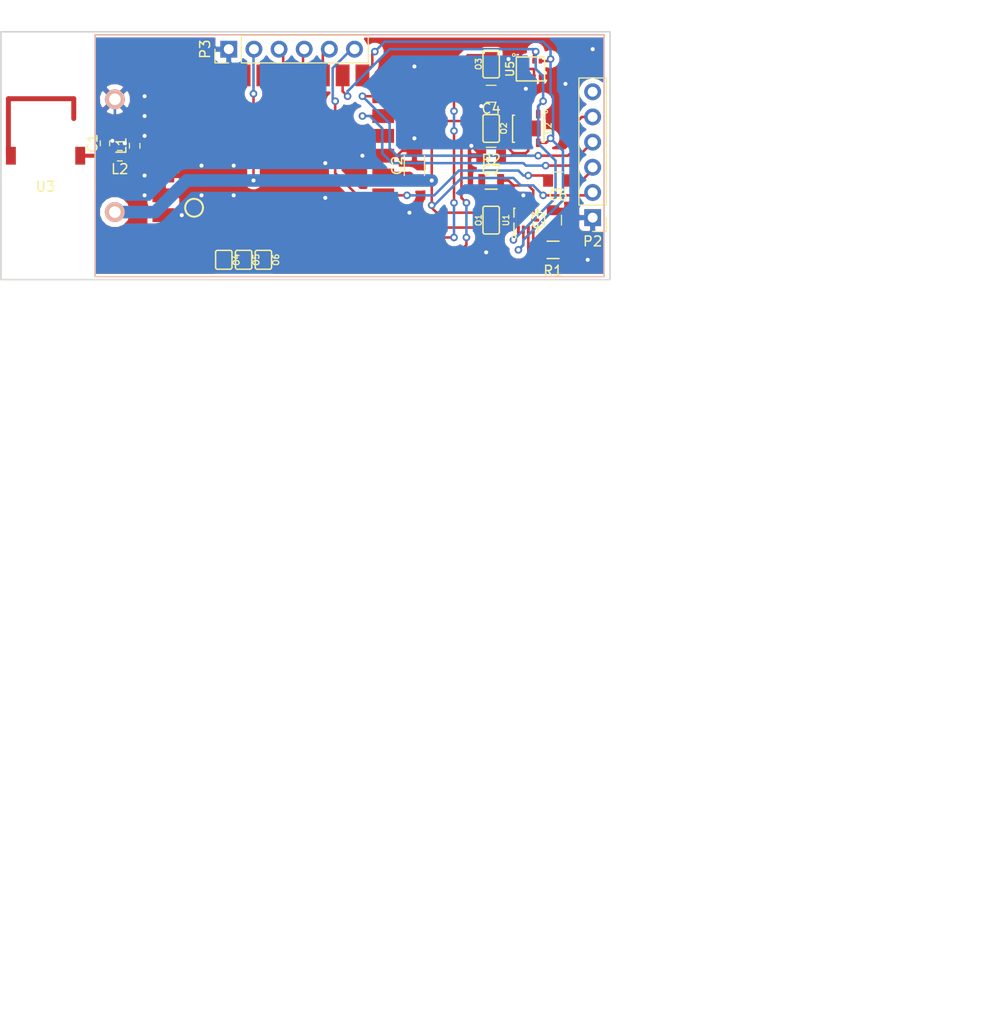
<source format=kicad_pcb>
(kicad_pcb (version 4) (host pcbnew 4.0.4+e1-6308~48~ubuntu15.10.1-stable)

  (general
    (links 68)
    (no_connects 0)
    (area 24.924999 24.924999 86.575001 50.075001)
    (thickness 1.6)
    (drawings 9)
    (tracks 364)
    (zones 0)
    (modules 24)
    (nets 37)
  )

  (page A4)
  (layers
    (0 F.Cu signal)
    (31 B.Cu signal)
    (32 B.Adhes user)
    (33 F.Adhes user)
    (34 B.Paste user)
    (35 F.Paste user)
    (36 B.SilkS user)
    (37 F.SilkS user)
    (38 B.Mask user)
    (39 F.Mask user)
    (40 Dwgs.User user)
    (41 Cmts.User user)
    (42 Eco1.User user)
    (43 Eco2.User user)
    (44 Edge.Cuts user)
    (45 Margin user)
    (46 B.CrtYd user)
    (47 F.CrtYd user)
    (48 B.Fab user)
    (49 F.Fab user)
  )

  (setup
    (last_trace_width 0.254)
    (user_trace_width 0.254)
    (user_trace_width 0.4064)
    (user_trace_width 0.508)
    (user_trace_width 0.635)
    (user_trace_width 0.762)
    (user_trace_width 1.016)
    (user_trace_width 1.27)
    (trace_clearance 0.2032)
    (zone_clearance 0.508)
    (zone_45_only no)
    (trace_min 0.254)
    (segment_width 0.2)
    (edge_width 0.15)
    (via_size 0.762)
    (via_drill 0.4064)
    (via_min_size 0.6858)
    (via_min_drill 0.3302)
    (uvia_size 0.3)
    (uvia_drill 0.1)
    (uvias_allowed no)
    (uvia_min_size 0)
    (uvia_min_drill 0)
    (pcb_text_width 0.3)
    (pcb_text_size 1.5 1.5)
    (mod_edge_width 0.15)
    (mod_text_size 1 1)
    (mod_text_width 0.15)
    (pad_size 1.524 1.524)
    (pad_drill 0.762)
    (pad_to_mask_clearance 0.1)
    (solder_mask_min_width 0.1)
    (aux_axis_origin 0 0)
    (visible_elements FFFFFF5F)
    (pcbplotparams
      (layerselection 0x010f0_80000001)
      (usegerberextensions false)
      (excludeedgelayer true)
      (linewidth 0.100000)
      (plotframeref false)
      (viasonmask false)
      (mode 1)
      (useauxorigin false)
      (hpglpennumber 1)
      (hpglpenspeed 20)
      (hpglpendiameter 15)
      (hpglpenoverlay 2)
      (psnegative false)
      (psa4output false)
      (plotreference true)
      (plotvalue true)
      (plotinvisibletext false)
      (padsonsilk false)
      (subtractmaskfromsilk false)
      (outputformat 1)
      (mirror false)
      (drillshape 0)
      (scaleselection 1)
      (outputdirectory ../../../../media/sf_VirtualBox_Shared/gerber/))
  )

  (net 0 "")
  (net 1 GND)
  (net 2 +BATT)
  (net 3 "Net-(PS1-Pad1)")
  (net 4 "Net-(PS1-Pad2)")
  (net 5 "Net-(PS1-Pad6)")
  (net 6 "Net-(PS1-Pad7)")
  (net 7 "Net-(PS1-Pad11)")
  (net 8 "Net-(PS1-Pad15)")
  (net 9 "Net-(PS1-Pad23)")
  (net 10 "Net-(PS1-Pad24)")
  (net 11 "Net-(PS1-Pad25)")
  (net 12 "Net-(PS1-Pad26)")
  (net 13 "Net-(PS1-Pad27)")
  (net 14 /SCL)
  (net 15 /SDA)
  (net 16 "Net-(L1-Pad1)")
  (net 17 "Net-(C1-Pad1)")
  (net 18 /GPIOZ)
  (net 19 /GPIOX)
  (net 20 /GPIOY)
  (net 21 /UART_TX)
  (net 22 /UART_RX)
  (net 23 "Net-(R1-Pad2)")
  (net 24 "Net-(R2-Pad2)")
  (net 25 "Net-(C3-Pad1)")
  (net 26 "Net-(C4-Pad1)")
  (net 27 /~RESET)
  (net 28 /~RESET_C)
  (net 29 "Net-(C7-Pad1)")
  (net 30 /ISP_SCK)
  (net 31 /ISP_MISO)
  (net 32 /ISP_MOSI)
  (net 33 "Net-(P2-Pad6)")
  (net 34 /~PRES_EN)
  (net 35 /~TEMPHUM_EN)
  (net 36 /~LIGHT_EN)

  (net_class Default "This is the default net class."
    (clearance 0.2032)
    (trace_width 0.254)
    (via_dia 0.762)
    (via_drill 0.4064)
    (uvia_dia 0.3)
    (uvia_drill 0.1)
    (add_net +BATT)
    (add_net /GPIOX)
    (add_net /GPIOY)
    (add_net /GPIOZ)
    (add_net /ISP_MISO)
    (add_net /ISP_MOSI)
    (add_net /ISP_SCK)
    (add_net /SCL)
    (add_net /SDA)
    (add_net /UART_RX)
    (add_net /UART_TX)
    (add_net /~LIGHT_EN)
    (add_net /~PRES_EN)
    (add_net /~RESET)
    (add_net /~RESET_C)
    (add_net /~TEMPHUM_EN)
    (add_net GND)
    (add_net "Net-(C1-Pad1)")
    (add_net "Net-(C3-Pad1)")
    (add_net "Net-(C4-Pad1)")
    (add_net "Net-(C7-Pad1)")
    (add_net "Net-(L1-Pad1)")
    (add_net "Net-(P2-Pad6)")
    (add_net "Net-(PS1-Pad1)")
    (add_net "Net-(PS1-Pad11)")
    (add_net "Net-(PS1-Pad15)")
    (add_net "Net-(PS1-Pad2)")
    (add_net "Net-(PS1-Pad23)")
    (add_net "Net-(PS1-Pad24)")
    (add_net "Net-(PS1-Pad25)")
    (add_net "Net-(PS1-Pad26)")
    (add_net "Net-(PS1-Pad27)")
    (add_net "Net-(PS1-Pad6)")
    (add_net "Net-(PS1-Pad7)")
    (add_net "Net-(R1-Pad2)")
    (add_net "Net-(R2-Pad2)")
  )

  (module new_footprint_library:ant_0915AT43A0026 (layer F.Cu) (tedit 58BB0E2D) (tstamp 58BB1783)
    (at 29.5 37.5 180)
    (path /58BAFEF7)
    (fp_text reference U3 (at 0 -3.125 180) (layer F.SilkS)
      (effects (font (size 1 1) (thickness 0.15)))
    )
    (fp_text value ant_915MHz (at 0 -1.7 180) (layer F.Fab) hide
      (effects (font (size 1 1) (thickness 0.15)))
    )
    (fp_line (start -5 -4) (end -5 4) (layer F.SilkS) (width 0.15))
    (fp_line (start 3.75 0) (end 3.75 5.75) (layer F.Cu) (width 0.5))
    (fp_line (start 3.75 5.75) (end -2.85 5.75) (layer F.Cu) (width 0.5))
    (fp_line (start -2.85 5.75) (end -2.85 3.75) (layer F.Cu) (width 0.5))
    (pad 1 smd rect (at -3.5 0 180) (size 1 1.8) (layers F.Cu F.Paste F.Mask)
      (net 17 "Net-(C1-Pad1)"))
    (pad "" smd rect (at 3.5 0 180) (size 1 1.8) (layers F.Cu F.Paste F.Mask))
  )

  (module Resistors_SMD:R_0805 (layer F.Cu) (tedit 5415CDEB) (tstamp 576C3668)
    (at 80.75 47 180)
    (descr "Resistor SMD 0805, reflow soldering, Vishay (see dcrcw.pdf)")
    (tags "resistor 0805")
    (path /58BAFC1F)
    (attr smd)
    (fp_text reference R1 (at 0 -2.1 180) (layer F.SilkS)
      (effects (font (size 1 1) (thickness 0.15)))
    )
    (fp_text value res_10k_1p_1v8w_0805 (at 0 2.1 180) (layer F.Fab)
      (effects (font (size 1 1) (thickness 0.15)))
    )
    (fp_line (start -1.6 -1) (end 1.6 -1) (layer F.CrtYd) (width 0.05))
    (fp_line (start -1.6 1) (end 1.6 1) (layer F.CrtYd) (width 0.05))
    (fp_line (start -1.6 -1) (end -1.6 1) (layer F.CrtYd) (width 0.05))
    (fp_line (start 1.6 -1) (end 1.6 1) (layer F.CrtYd) (width 0.05))
    (fp_line (start 0.6 0.875) (end -0.6 0.875) (layer F.SilkS) (width 0.15))
    (fp_line (start -0.6 -0.875) (end 0.6 -0.875) (layer F.SilkS) (width 0.15))
    (pad 1 smd rect (at -0.95 0 180) (size 0.7 1.3) (layers F.Cu F.Paste F.Mask)
      (net 25 "Net-(C3-Pad1)"))
    (pad 2 smd rect (at 0.95 0 180) (size 0.7 1.3) (layers F.Cu F.Paste F.Mask)
      (net 23 "Net-(R1-Pad2)"))
    (model Resistors_SMD.3dshapes/R_0805.wrl
      (at (xyz 0 0 0))
      (scale (xyz 1 1 1))
      (rotate (xyz 0 0 0))
    )
  )

  (module Resistors_SMD:R_0805 (layer F.Cu) (tedit 5415CDEB) (tstamp 576C366D)
    (at 74.5 40)
    (descr "Resistor SMD 0805, reflow soldering, Vishay (see dcrcw.pdf)")
    (tags "resistor 0805")
    (path /58BAF952)
    (attr smd)
    (fp_text reference R2 (at 0 -2.1) (layer F.SilkS)
      (effects (font (size 1 1) (thickness 0.15)))
    )
    (fp_text value res_10k_1p_1v8w_0805 (at 0 2.1) (layer F.Fab)
      (effects (font (size 1 1) (thickness 0.15)))
    )
    (fp_line (start -1.6 -1) (end 1.6 -1) (layer F.CrtYd) (width 0.05))
    (fp_line (start -1.6 1) (end 1.6 1) (layer F.CrtYd) (width 0.05))
    (fp_line (start -1.6 -1) (end -1.6 1) (layer F.CrtYd) (width 0.05))
    (fp_line (start 1.6 -1) (end 1.6 1) (layer F.CrtYd) (width 0.05))
    (fp_line (start 0.6 0.875) (end -0.6 0.875) (layer F.SilkS) (width 0.15))
    (fp_line (start -0.6 -0.875) (end 0.6 -0.875) (layer F.SilkS) (width 0.15))
    (pad 1 smd rect (at -0.95 0) (size 0.7 1.3) (layers F.Cu F.Paste F.Mask)
      (net 25 "Net-(C3-Pad1)"))
    (pad 2 smd rect (at 0.95 0) (size 0.7 1.3) (layers F.Cu F.Paste F.Mask)
      (net 24 "Net-(R2-Pad2)"))
    (model Resistors_SMD.3dshapes/R_0805.wrl
      (at (xyz 0 0 0))
      (scale (xyz 1 1 1))
      (rotate (xyz 0 0 0))
    )
  )

  (module new_footprint_library:SMT_OPT_3 (layer F.Cu) (tedit 58BAF9E8) (tstamp 58BB0FF4)
    (at 74.5 44 90)
    (path /58BB12F8)
    (fp_text reference O1 (at 0 -1.27 90) (layer F.SilkS)
      (effects (font (size 0.6 0.6) (thickness 0.12)))
    )
    (fp_text value OPT_3 (at 0 1.4605 90) (layer F.Fab) hide
      (effects (font (size 0.6 0.6) (thickness 0.12)))
    )
    (fp_line (start 1.2065 0.8255) (end -1.2065 0.8255) (layer F.SilkS) (width 0.15))
    (fp_line (start 1.397 -0.635) (end 1.397 0.635) (layer F.SilkS) (width 0.15))
    (fp_line (start -1.2065 -0.8255) (end 1.2065 -0.8255) (layer F.SilkS) (width 0.15))
    (fp_line (start -1.397 -0.635) (end -1.397 0.635) (layer F.SilkS) (width 0.15))
    (fp_arc (start -1.2065 0.635) (end -1.2065 0.8255) (angle 90) (layer F.SilkS) (width 0.15))
    (fp_arc (start 1.2065 0.635) (end 1.397 0.635) (angle 90) (layer F.SilkS) (width 0.15))
    (fp_arc (start -1.2065 -0.635) (end -1.397 -0.635) (angle 90) (layer F.SilkS) (width 0.15))
    (fp_arc (start 1.2065 -0.635) (end 1.2065 -0.8255) (angle 90) (layer F.SilkS) (width 0.15))
    (pad 2 smd rect (at 0 0 90) (size 0.635 1.27) (layers F.Cu F.Paste F.Mask)
      (net 25 "Net-(C3-Pad1)"))
    (pad 1 smd rect (at -0.889 0 90) (size 0.635 1.27) (layers F.Cu F.Paste F.Mask)
      (net 18 /GPIOZ))
    (pad 3 smd rect (at 0.889 0 90) (size 0.635 1.27) (layers F.Cu F.Paste F.Mask)
      (net 2 +BATT))
  )

  (module new_footprint_library:SMT_OPT_3 (layer F.Cu) (tedit 58BAF9E8) (tstamp 58BB1003)
    (at 74.5 34.75 270)
    (path /58BB06C8)
    (fp_text reference O2 (at 0 -1.27 270) (layer F.SilkS)
      (effects (font (size 0.6 0.6) (thickness 0.12)))
    )
    (fp_text value OPT_3 (at 0 1.4605 270) (layer F.Fab) hide
      (effects (font (size 0.6 0.6) (thickness 0.12)))
    )
    (fp_line (start 1.2065 0.8255) (end -1.2065 0.8255) (layer F.SilkS) (width 0.15))
    (fp_line (start 1.397 -0.635) (end 1.397 0.635) (layer F.SilkS) (width 0.15))
    (fp_line (start -1.2065 -0.8255) (end 1.2065 -0.8255) (layer F.SilkS) (width 0.15))
    (fp_line (start -1.397 -0.635) (end -1.397 0.635) (layer F.SilkS) (width 0.15))
    (fp_arc (start -1.2065 0.635) (end -1.2065 0.8255) (angle 90) (layer F.SilkS) (width 0.15))
    (fp_arc (start 1.2065 0.635) (end 1.397 0.635) (angle 90) (layer F.SilkS) (width 0.15))
    (fp_arc (start -1.2065 -0.635) (end -1.397 -0.635) (angle 90) (layer F.SilkS) (width 0.15))
    (fp_arc (start 1.2065 -0.635) (end 1.2065 -0.8255) (angle 90) (layer F.SilkS) (width 0.15))
    (pad 2 smd rect (at 0 0 270) (size 0.635 1.27) (layers F.Cu F.Paste F.Mask)
      (net 29 "Net-(C7-Pad1)"))
    (pad 1 smd rect (at -0.889 0 270) (size 0.635 1.27) (layers F.Cu F.Paste F.Mask)
      (net 2 +BATT))
    (pad 3 smd rect (at 0.889 0 270) (size 0.635 1.27) (layers F.Cu F.Paste F.Mask)
      (net 19 /GPIOX))
  )

  (module new_footprint_library:SMT_OPT_3 (layer F.Cu) (tedit 58BAF9E8) (tstamp 58BB1012)
    (at 74.5 28.25 90)
    (path /58BB08FE)
    (fp_text reference O3 (at 0 -1.27 90) (layer F.SilkS)
      (effects (font (size 0.6 0.6) (thickness 0.12)))
    )
    (fp_text value OPT_3 (at 0 1.4605 90) (layer F.Fab) hide
      (effects (font (size 0.6 0.6) (thickness 0.12)))
    )
    (fp_line (start 1.2065 0.8255) (end -1.2065 0.8255) (layer F.SilkS) (width 0.15))
    (fp_line (start 1.397 -0.635) (end 1.397 0.635) (layer F.SilkS) (width 0.15))
    (fp_line (start -1.2065 -0.8255) (end 1.2065 -0.8255) (layer F.SilkS) (width 0.15))
    (fp_line (start -1.397 -0.635) (end -1.397 0.635) (layer F.SilkS) (width 0.15))
    (fp_arc (start -1.2065 0.635) (end -1.2065 0.8255) (angle 90) (layer F.SilkS) (width 0.15))
    (fp_arc (start 1.2065 0.635) (end 1.397 0.635) (angle 90) (layer F.SilkS) (width 0.15))
    (fp_arc (start -1.2065 -0.635) (end -1.397 -0.635) (angle 90) (layer F.SilkS) (width 0.15))
    (fp_arc (start 1.2065 -0.635) (end 1.2065 -0.8255) (angle 90) (layer F.SilkS) (width 0.15))
    (pad 2 smd rect (at 0 0 90) (size 0.635 1.27) (layers F.Cu F.Paste F.Mask)
      (net 26 "Net-(C4-Pad1)"))
    (pad 1 smd rect (at -0.889 0 90) (size 0.635 1.27) (layers F.Cu F.Paste F.Mask)
      (net 2 +BATT))
    (pad 3 smd rect (at 0.889 0 90) (size 0.635 1.27) (layers F.Cu F.Paste F.Mask)
      (net 20 /GPIOY))
  )

  (module Capacitors_SMD:C_0402 (layer F.Cu) (tedit 58AA841A) (tstamp 58BB11AD)
    (at 35.5 36.25 90)
    (descr "Capacitor SMD 0402, reflow soldering, AVX (see smccp.pdf)")
    (tags "capacitor 0402")
    (path /58BB001F)
    (attr smd)
    (fp_text reference C1 (at 0 -1.27 90) (layer F.SilkS)
      (effects (font (size 1 1) (thickness 0.15)))
    )
    (fp_text value cap_0p5pf_0p1pf_50v_np0_0402 (at 0 1.27 90) (layer F.Fab)
      (effects (font (size 1 1) (thickness 0.15)))
    )
    (fp_text user %R (at 0 -1.27 90) (layer F.Fab)
      (effects (font (size 1 1) (thickness 0.15)))
    )
    (fp_line (start -0.5 0.25) (end -0.5 -0.25) (layer F.Fab) (width 0.1))
    (fp_line (start 0.5 0.25) (end -0.5 0.25) (layer F.Fab) (width 0.1))
    (fp_line (start 0.5 -0.25) (end 0.5 0.25) (layer F.Fab) (width 0.1))
    (fp_line (start -0.5 -0.25) (end 0.5 -0.25) (layer F.Fab) (width 0.1))
    (fp_line (start 0.25 -0.47) (end -0.25 -0.47) (layer F.SilkS) (width 0.12))
    (fp_line (start -0.25 0.47) (end 0.25 0.47) (layer F.SilkS) (width 0.12))
    (fp_line (start -1 -0.4) (end 1 -0.4) (layer F.CrtYd) (width 0.05))
    (fp_line (start -1 -0.4) (end -1 0.4) (layer F.CrtYd) (width 0.05))
    (fp_line (start 1 0.4) (end 1 -0.4) (layer F.CrtYd) (width 0.05))
    (fp_line (start 1 0.4) (end -1 0.4) (layer F.CrtYd) (width 0.05))
    (pad 1 smd rect (at -0.55 0 90) (size 0.6 0.5) (layers F.Cu F.Paste F.Mask)
      (net 17 "Net-(C1-Pad1)"))
    (pad 2 smd rect (at 0.55 0 90) (size 0.6 0.5) (layers F.Cu F.Paste F.Mask)
      (net 1 GND))
    (model Capacitors_SMD.3dshapes/C_0402.wrl
      (at (xyz 0 0 0))
      (scale (xyz 1 1 1))
      (rotate (xyz 0 0 0))
    )
  )

  (module Resistors_SMD:R_0402 (layer F.Cu) (tedit 58AAD9A4) (tstamp 58BB11B2)
    (at 38.5 36.5 90)
    (descr "Resistor SMD 0402, reflow soldering, Vishay (see dcrcw.pdf)")
    (tags "resistor 0402")
    (path /58BAFFA8)
    (attr smd)
    (fp_text reference L1 (at 0 -1.35 90) (layer F.SilkS)
      (effects (font (size 1 1) (thickness 0.15)))
    )
    (fp_text value ind_4p7nh_300ma_0402 (at 0 1.45 90) (layer F.Fab)
      (effects (font (size 1 1) (thickness 0.15)))
    )
    (fp_text user %R (at 0 -1.35 90) (layer F.Fab)
      (effects (font (size 1 1) (thickness 0.15)))
    )
    (fp_line (start -0.5 0.25) (end -0.5 -0.25) (layer F.Fab) (width 0.1))
    (fp_line (start 0.5 0.25) (end -0.5 0.25) (layer F.Fab) (width 0.1))
    (fp_line (start 0.5 -0.25) (end 0.5 0.25) (layer F.Fab) (width 0.1))
    (fp_line (start -0.5 -0.25) (end 0.5 -0.25) (layer F.Fab) (width 0.1))
    (fp_line (start 0.25 -0.53) (end -0.25 -0.53) (layer F.SilkS) (width 0.12))
    (fp_line (start -0.25 0.53) (end 0.25 0.53) (layer F.SilkS) (width 0.12))
    (fp_line (start -0.8 -0.45) (end 0.8 -0.45) (layer F.CrtYd) (width 0.05))
    (fp_line (start -0.8 -0.45) (end -0.8 0.45) (layer F.CrtYd) (width 0.05))
    (fp_line (start 0.8 0.45) (end 0.8 -0.45) (layer F.CrtYd) (width 0.05))
    (fp_line (start 0.8 0.45) (end -0.8 0.45) (layer F.CrtYd) (width 0.05))
    (pad 1 smd rect (at -0.45 0 90) (size 0.4 0.6) (layers F.Cu F.Paste F.Mask)
      (net 16 "Net-(L1-Pad1)"))
    (pad 2 smd rect (at 0.45 0 90) (size 0.4 0.6) (layers F.Cu F.Paste F.Mask)
      (net 1 GND))
    (model Resistors_SMD.3dshapes/R_0402.wrl
      (at (xyz 0 0 0))
      (scale (xyz 1 1 1))
      (rotate (xyz 0 0 0))
    )
  )

  (module Resistors_SMD:R_0402 (layer F.Cu) (tedit 58AAD9A4) (tstamp 58BB11B7)
    (at 37 37.5 180)
    (descr "Resistor SMD 0402, reflow soldering, Vishay (see dcrcw.pdf)")
    (tags "resistor 0402")
    (path /58BB0075)
    (attr smd)
    (fp_text reference L2 (at 0 -1.35 180) (layer F.SilkS)
      (effects (font (size 1 1) (thickness 0.15)))
    )
    (fp_text value ind_10nh_250ma_0402 (at 0 1.45 180) (layer F.Fab)
      (effects (font (size 1 1) (thickness 0.15)))
    )
    (fp_text user %R (at 0 -1.35 180) (layer F.Fab)
      (effects (font (size 1 1) (thickness 0.15)))
    )
    (fp_line (start -0.5 0.25) (end -0.5 -0.25) (layer F.Fab) (width 0.1))
    (fp_line (start 0.5 0.25) (end -0.5 0.25) (layer F.Fab) (width 0.1))
    (fp_line (start 0.5 -0.25) (end 0.5 0.25) (layer F.Fab) (width 0.1))
    (fp_line (start -0.5 -0.25) (end 0.5 -0.25) (layer F.Fab) (width 0.1))
    (fp_line (start 0.25 -0.53) (end -0.25 -0.53) (layer F.SilkS) (width 0.12))
    (fp_line (start -0.25 0.53) (end 0.25 0.53) (layer F.SilkS) (width 0.12))
    (fp_line (start -0.8 -0.45) (end 0.8 -0.45) (layer F.CrtYd) (width 0.05))
    (fp_line (start -0.8 -0.45) (end -0.8 0.45) (layer F.CrtYd) (width 0.05))
    (fp_line (start 0.8 0.45) (end 0.8 -0.45) (layer F.CrtYd) (width 0.05))
    (fp_line (start 0.8 0.45) (end -0.8 0.45) (layer F.CrtYd) (width 0.05))
    (pad 1 smd rect (at -0.45 0 180) (size 0.4 0.6) (layers F.Cu F.Paste F.Mask)
      (net 16 "Net-(L1-Pad1)"))
    (pad 2 smd rect (at 0.45 0 180) (size 0.4 0.6) (layers F.Cu F.Paste F.Mask)
      (net 17 "Net-(C1-Pad1)"))
    (model Resistors_SMD.3dshapes/R_0402.wrl
      (at (xyz 0 0 0))
      (scale (xyz 1 1 1))
      (rotate (xyz 0 0 0))
    )
  )

  (module new_footprint_library:10-DFN-2x2 (layer F.Cu) (tedit 58BB08A7) (tstamp 58BB11E6)
    (at 78 44 90)
    (path /58BAF81B)
    (fp_text reference U1 (at 0 -2 90) (layer F.SilkS)
      (effects (font (size 0.6 0.6) (thickness 0.12)))
    )
    (fp_text value SEN_SI1133 (at 0 2 90) (layer F.Fab) hide
      (effects (font (size 0.4 0.4) (thickness 0.08)))
    )
    (fp_line (start 1 1) (end -1 1) (layer F.SilkS) (width 0.01))
    (fp_line (start -1 1) (end -1 -1) (layer F.SilkS) (width 0.01))
    (fp_line (start -1 -1) (end 1 -1) (layer F.SilkS) (width 0.01))
    (fp_line (start 1 -1) (end 1 1) (layer F.Fab) (width 0.01))
    (fp_circle (center -1.7 -1.2) (end -1.5 -1.2) (layer F.SilkS) (width 0.15))
    (fp_line (start -0.3 1.2) (end -1.2 1.2) (layer F.SilkS) (width 0.15))
    (fp_line (start -1.2 1.2) (end -1.2 1.1) (layer F.SilkS) (width 0.15))
    (fp_line (start 0.3 1.2) (end 1.2 1.2) (layer F.SilkS) (width 0.15))
    (fp_line (start 1.2 1.2) (end 1.2 1.1) (layer F.SilkS) (width 0.15))
    (fp_line (start 0.3 -1.2) (end 1.2 -1.2) (layer F.SilkS) (width 0.15))
    (fp_line (start 1.2 -1.2) (end 1.2 -1.1) (layer F.SilkS) (width 0.15))
    (fp_line (start -0.3 -1.2) (end -1.2 -1.2) (layer F.SilkS) (width 0.15))
    (fp_line (start -1.2 -1.2) (end -1.2 -1.1) (layer F.SilkS) (width 0.15))
    (pad 1 smd rect (at -0.95 -0.75 90) (size 0.8 0.3) (layers F.Cu F.Paste F.Mask)
      (net 15 /SDA))
    (pad 2 smd rect (at -0.95 -0.25 90) (size 0.8 0.3) (layers F.Cu F.Paste F.Mask)
      (net 14 /SCL))
    (pad 3 smd rect (at -0.95 0.25 90) (size 0.8 0.3) (layers F.Cu F.Paste F.Mask)
      (net 25 "Net-(C3-Pad1)"))
    (pad 4 smd rect (at -0.95 0.75 90) (size 0.8 0.3) (layers F.Cu F.Paste F.Mask)
      (net 23 "Net-(R1-Pad2)"))
    (pad 5 smd rect (at 0 0.95 90) (size 0.3 0.8) (layers F.Cu F.Paste F.Mask))
    (pad 6 smd rect (at 0.95 0.75 90) (size 0.8 0.3) (layers F.Cu F.Paste F.Mask)
      (net 24 "Net-(R2-Pad2)"))
    (pad 7 smd rect (at 0.95 0.25 90) (size 0.8 0.3) (layers F.Cu F.Paste F.Mask)
      (net 24 "Net-(R2-Pad2)"))
    (pad 8 smd rect (at 0.95 -0.25 90) (size 0.8 0.3) (layers F.Cu F.Paste F.Mask)
      (net 1 GND))
    (pad 9 smd rect (at 0.95 -0.75 90) (size 0.8 0.3) (layers F.Cu F.Paste F.Mask)
      (net 24 "Net-(R2-Pad2)"))
    (pad 10 smd rect (at 0 -0.95 90) (size 0.3 0.8) (layers F.Cu F.Paste F.Mask))
  )

  (module new_footprint_library:DFN-6 (layer F.Cu) (tedit 58BB06FC) (tstamp 58BB1200)
    (at 78.25 34.75 180)
    (path /58BB07D8)
    (fp_text reference U2 (at -2.032 0 450) (layer F.SilkS)
      (effects (font (size 0.6 0.6) (thickness 0.12)))
    )
    (fp_text value SI7021 (at 0 2.3 180) (layer F.Fab) hide
      (effects (font (size 0.5 0.5) (thickness 0.1)))
    )
    (fp_line (start -1.397 1.3335) (end -1.5875 1.3335) (layer F.SilkS) (width 0.15))
    (fp_line (start -1.5875 1.3335) (end -1.5875 -1.3335) (layer F.SilkS) (width 0.15))
    (fp_line (start -1.5875 -1.3335) (end -1.5875 -1.397) (layer F.SilkS) (width 0.15))
    (fp_line (start -1.5875 -1.397) (end -1.397 -1.397) (layer F.SilkS) (width 0.15))
    (fp_line (start 1.397 -1.397) (end 1.5875 -1.397) (layer F.SilkS) (width 0.15))
    (fp_line (start 1.5875 -1.397) (end 1.5875 1.3335) (layer F.SilkS) (width 0.15))
    (fp_line (start 1.5875 1.3335) (end 1.397 1.3335) (layer F.SilkS) (width 0.15))
    (fp_circle (center -1.8 1.7) (end -1.9 1.6) (layer F.SilkS) (width 0.12))
    (fp_line (start -1.5 -1.5) (end 1.5 -1.5) (layer F.Fab) (width 0.01))
    (fp_line (start 1.5 -1.5) (end 1.5 1.5) (layer F.Fab) (width 0.01))
    (fp_line (start 1.5 1.5) (end -1.5 1.5) (layer F.Fab) (width 0.01))
    (fp_line (start -1.5 1.5) (end -1.5 -1.5) (layer F.Fab) (width 0.01))
    (pad 6 smd rect (at -1 -1.45 180) (size 0.45 0.85) (layers F.Cu F.Paste F.Mask)
      (net 14 /SCL) (solder_mask_margin 0.1) (solder_paste_margin -0.025))
    (pad 5 smd rect (at 0 -1.45 180) (size 0.45 0.85) (layers F.Cu F.Paste F.Mask)
      (net 29 "Net-(C7-Pad1)") (solder_mask_margin 0.1) (solder_paste_margin -0.025))
    (pad 4 smd rect (at 1 -1.45 180) (size 0.45 0.85) (layers F.Cu F.Paste F.Mask)
      (solder_mask_margin 0.1) (solder_paste_margin -0.025))
    (pad 3 smd rect (at 1 1.45 180) (size 0.45 0.85) (layers F.Cu F.Paste F.Mask)
      (solder_mask_margin 0.1) (solder_paste_margin -0.025))
    (pad 2 smd rect (at 0 1.45 180) (size 0.45 0.85) (layers F.Cu F.Paste F.Mask)
      (net 1 GND) (solder_mask_margin 0.1) (solder_paste_margin -0.025))
    (pad 1 smd rect (at -1 1.45 180) (size 0.45 0.85) (layers F.Cu F.Paste F.Mask)
      (net 15 /SDA) (solder_mask_margin 0.1) (solder_paste_margin -0.025))
    (pad 7 smd rect (at 0 0 180) (size 2.5 1.6) (layers F.Cu F.Paste F.Mask))
  )

  (module new_footprint_library:8-LGA-2x2p5 (layer F.Cu) (tedit 58BB018F) (tstamp 58BB121F)
    (at 78.5 28.75)
    (path /58BAF3AA)
    (fp_text reference U5 (at -2.0955 0 90) (layer F.SilkS)
      (effects (font (size 0.8 0.8) (thickness 0.15)))
    )
    (fp_text value SEN_BMP280 (at 0 1.4605) (layer F.Fab) hide
      (effects (font (size 0.4 0.4) (thickness 0.05)))
    )
    (fp_line (start 1.397 -1.2065) (end 1.397 1.2065) (layer F.SilkS) (width 0.15))
    (fp_line (start 1.397 1.2065) (end -1.397 1.2065) (layer F.SilkS) (width 0.15))
    (fp_line (start -1.4605 1.2065) (end -1.4605 -1.2065) (layer F.SilkS) (width 0.15))
    (fp_line (start -1.397 -1.2065) (end 1.397 -1.2065) (layer F.SilkS) (width 0.15))
    (fp_circle (center -1.7175 -1.4175) (end -1.8175 -1.3175) (layer F.SilkS) (width 0.1))
    (fp_line (start -1.25 -1) (end -1.25 1) (layer F.Fab) (width 0.01))
    (fp_line (start -1.25 1) (end 1.25 1) (layer F.Fab) (width 0.01))
    (fp_line (start 1.25 1) (end 1.25 -1) (layer F.Fab) (width 0.01))
    (fp_line (start 1.25 -1) (end -1.25 -1) (layer F.Fab) (width 0.01))
    (pad 1 smd rect (at -0.975 -0.8) (size 0.35 0.5) (layers F.Cu F.Paste F.Mask)
      (net 1 GND))
    (pad 8 smd rect (at -0.975 0.8) (size 0.35 0.5) (layers F.Cu F.Paste F.Mask)
      (net 26 "Net-(C4-Pad1)"))
    (pad 2 smd rect (at -0.325 -0.8) (size 0.35 0.5) (layers F.Cu F.Paste F.Mask)
      (net 26 "Net-(C4-Pad1)"))
    (pad 7 smd rect (at -0.325 0.8) (size 0.35 0.5) (layers F.Cu F.Paste F.Mask)
      (net 1 GND))
    (pad 3 smd rect (at 0.325 -0.8) (size 0.35 0.5) (layers F.Cu F.Paste F.Mask)
      (net 15 /SDA))
    (pad 6 smd rect (at 0.325 0.8) (size 0.35 0.5) (layers F.Cu F.Paste F.Mask)
      (net 26 "Net-(C4-Pad1)"))
    (pad 4 smd rect (at 0.975 -0.8) (size 0.35 0.5) (layers F.Cu F.Paste F.Mask)
      (net 14 /SCL))
    (pad 5 smd rect (at 0.975 0.8) (size 0.35 0.5) (layers F.Cu F.Paste F.Mask)
      (net 1 GND))
  )

  (module Capacitors_SMD:C_1206 (layer F.Cu) (tedit 58AA84B8) (tstamp 58BB1758)
    (at 66.75 38.5 90)
    (descr "Capacitor SMD 1206, reflow soldering, AVX (see smccp.pdf)")
    (tags "capacitor 1206")
    (path /58BB2308)
    (attr smd)
    (fp_text reference C2 (at 0 -1.75 90) (layer F.SilkS)
      (effects (font (size 1 1) (thickness 0.15)))
    )
    (fp_text value cap_22uf_20p_10v_x5r_1206 (at 0 2 90) (layer F.Fab)
      (effects (font (size 1 1) (thickness 0.15)))
    )
    (fp_text user %R (at 0 -1.75 90) (layer F.Fab)
      (effects (font (size 1 1) (thickness 0.15)))
    )
    (fp_line (start -1.6 0.8) (end -1.6 -0.8) (layer F.Fab) (width 0.1))
    (fp_line (start 1.6 0.8) (end -1.6 0.8) (layer F.Fab) (width 0.1))
    (fp_line (start 1.6 -0.8) (end 1.6 0.8) (layer F.Fab) (width 0.1))
    (fp_line (start -1.6 -0.8) (end 1.6 -0.8) (layer F.Fab) (width 0.1))
    (fp_line (start 1 -1.02) (end -1 -1.02) (layer F.SilkS) (width 0.12))
    (fp_line (start -1 1.02) (end 1 1.02) (layer F.SilkS) (width 0.12))
    (fp_line (start -2.25 -1.05) (end 2.25 -1.05) (layer F.CrtYd) (width 0.05))
    (fp_line (start -2.25 -1.05) (end -2.25 1.05) (layer F.CrtYd) (width 0.05))
    (fp_line (start 2.25 1.05) (end 2.25 -1.05) (layer F.CrtYd) (width 0.05))
    (fp_line (start 2.25 1.05) (end -2.25 1.05) (layer F.CrtYd) (width 0.05))
    (pad 1 smd rect (at -1.5 0 90) (size 1 1.6) (layers F.Cu F.Paste F.Mask)
      (net 2 +BATT))
    (pad 2 smd rect (at 1.5 0 90) (size 1 1.6) (layers F.Cu F.Paste F.Mask)
      (net 1 GND))
    (model Capacitors_SMD.3dshapes/C_1206.wrl
      (at (xyz 0 0 0))
      (scale (xyz 1 1 1))
      (rotate (xyz 0 0 0))
    )
  )

  (module Capacitors_SMD:C_0805 (layer F.Cu) (tedit 58AA8463) (tstamp 58BB175E)
    (at 80.75 44 90)
    (descr "Capacitor SMD 0805, reflow soldering, AVX (see smccp.pdf)")
    (tags "capacitor 0805")
    (path /58BB3035)
    (attr smd)
    (fp_text reference C3 (at 0 -1.5 90) (layer F.SilkS)
      (effects (font (size 1 1) (thickness 0.15)))
    )
    (fp_text value cap_0p1uf_10p_50v_x7r_0805 (at 0 1.75 90) (layer F.Fab)
      (effects (font (size 1 1) (thickness 0.15)))
    )
    (fp_text user %R (at 0 -1.5 90) (layer F.Fab)
      (effects (font (size 1 1) (thickness 0.15)))
    )
    (fp_line (start -1 0.62) (end -1 -0.62) (layer F.Fab) (width 0.1))
    (fp_line (start 1 0.62) (end -1 0.62) (layer F.Fab) (width 0.1))
    (fp_line (start 1 -0.62) (end 1 0.62) (layer F.Fab) (width 0.1))
    (fp_line (start -1 -0.62) (end 1 -0.62) (layer F.Fab) (width 0.1))
    (fp_line (start 0.5 -0.85) (end -0.5 -0.85) (layer F.SilkS) (width 0.12))
    (fp_line (start -0.5 0.85) (end 0.5 0.85) (layer F.SilkS) (width 0.12))
    (fp_line (start -1.75 -0.88) (end 1.75 -0.88) (layer F.CrtYd) (width 0.05))
    (fp_line (start -1.75 -0.88) (end -1.75 0.87) (layer F.CrtYd) (width 0.05))
    (fp_line (start 1.75 0.87) (end 1.75 -0.88) (layer F.CrtYd) (width 0.05))
    (fp_line (start 1.75 0.87) (end -1.75 0.87) (layer F.CrtYd) (width 0.05))
    (pad 1 smd rect (at -1 0 90) (size 1 1.25) (layers F.Cu F.Paste F.Mask)
      (net 25 "Net-(C3-Pad1)"))
    (pad 2 smd rect (at 1 0 90) (size 1 1.25) (layers F.Cu F.Paste F.Mask)
      (net 1 GND))
    (model Capacitors_SMD.3dshapes/C_0805.wrl
      (at (xyz 0 0 0))
      (scale (xyz 1 1 1))
      (rotate (xyz 0 0 0))
    )
  )

  (module Capacitors_SMD:C_0805 (layer F.Cu) (tedit 58AA8463) (tstamp 58BB1764)
    (at 74.5 31.25 180)
    (descr "Capacitor SMD 0805, reflow soldering, AVX (see smccp.pdf)")
    (tags "capacitor 0805")
    (path /58BB2CE3)
    (attr smd)
    (fp_text reference C4 (at 0 -1.5 180) (layer F.SilkS)
      (effects (font (size 1 1) (thickness 0.15)))
    )
    (fp_text value cap_0p1uf_10p_50v_x7r_0805 (at 0 1.75 180) (layer F.Fab)
      (effects (font (size 1 1) (thickness 0.15)))
    )
    (fp_text user %R (at 0 -1.5 180) (layer F.Fab)
      (effects (font (size 1 1) (thickness 0.15)))
    )
    (fp_line (start -1 0.62) (end -1 -0.62) (layer F.Fab) (width 0.1))
    (fp_line (start 1 0.62) (end -1 0.62) (layer F.Fab) (width 0.1))
    (fp_line (start 1 -0.62) (end 1 0.62) (layer F.Fab) (width 0.1))
    (fp_line (start -1 -0.62) (end 1 -0.62) (layer F.Fab) (width 0.1))
    (fp_line (start 0.5 -0.85) (end -0.5 -0.85) (layer F.SilkS) (width 0.12))
    (fp_line (start -0.5 0.85) (end 0.5 0.85) (layer F.SilkS) (width 0.12))
    (fp_line (start -1.75 -0.88) (end 1.75 -0.88) (layer F.CrtYd) (width 0.05))
    (fp_line (start -1.75 -0.88) (end -1.75 0.87) (layer F.CrtYd) (width 0.05))
    (fp_line (start 1.75 0.87) (end 1.75 -0.88) (layer F.CrtYd) (width 0.05))
    (fp_line (start 1.75 0.87) (end -1.75 0.87) (layer F.CrtYd) (width 0.05))
    (pad 1 smd rect (at -1 0 180) (size 1 1.25) (layers F.Cu F.Paste F.Mask)
      (net 26 "Net-(C4-Pad1)"))
    (pad 2 smd rect (at 1 0 180) (size 1 1.25) (layers F.Cu F.Paste F.Mask)
      (net 1 GND))
    (model Capacitors_SMD.3dshapes/C_0805.wrl
      (at (xyz 0 0 0))
      (scale (xyz 1 1 1))
      (rotate (xyz 0 0 0))
    )
  )

  (module Capacitors_SMD:C_0805 (layer F.Cu) (tedit 58AA8463) (tstamp 58BB18D2)
    (at 81.25 40 180)
    (descr "Capacitor SMD 0805, reflow soldering, AVX (see smccp.pdf)")
    (tags "capacitor 0805")
    (path /58BB4FB3)
    (attr smd)
    (fp_text reference C6 (at 0 -1.5 180) (layer F.SilkS)
      (effects (font (size 1 1) (thickness 0.15)))
    )
    (fp_text value cap_0p1uf_10p_50v_x7r_0805 (at 0 1.75 180) (layer F.Fab)
      (effects (font (size 1 1) (thickness 0.15)))
    )
    (fp_text user %R (at 0 -1.5 180) (layer F.Fab)
      (effects (font (size 1 1) (thickness 0.15)))
    )
    (fp_line (start -1 0.62) (end -1 -0.62) (layer F.Fab) (width 0.1))
    (fp_line (start 1 0.62) (end -1 0.62) (layer F.Fab) (width 0.1))
    (fp_line (start 1 -0.62) (end 1 0.62) (layer F.Fab) (width 0.1))
    (fp_line (start -1 -0.62) (end 1 -0.62) (layer F.Fab) (width 0.1))
    (fp_line (start 0.5 -0.85) (end -0.5 -0.85) (layer F.SilkS) (width 0.12))
    (fp_line (start -0.5 0.85) (end 0.5 0.85) (layer F.SilkS) (width 0.12))
    (fp_line (start -1.75 -0.88) (end 1.75 -0.88) (layer F.CrtYd) (width 0.05))
    (fp_line (start -1.75 -0.88) (end -1.75 0.87) (layer F.CrtYd) (width 0.05))
    (fp_line (start 1.75 0.87) (end 1.75 -0.88) (layer F.CrtYd) (width 0.05))
    (fp_line (start 1.75 0.87) (end -1.75 0.87) (layer F.CrtYd) (width 0.05))
    (pad 1 smd rect (at -1 0 180) (size 1 1.25) (layers F.Cu F.Paste F.Mask)
      (net 27 /~RESET))
    (pad 2 smd rect (at 1 0 180) (size 1 1.25) (layers F.Cu F.Paste F.Mask)
      (net 28 /~RESET_C))
    (model Capacitors_SMD.3dshapes/C_0805.wrl
      (at (xyz 0 0 0))
      (scale (xyz 1 1 1))
      (rotate (xyz 0 0 0))
    )
  )

  (module Capacitors_SMD:C_0805 (layer F.Cu) (tedit 58AA8463) (tstamp 58BB1C4C)
    (at 74.5 37.5 180)
    (descr "Capacitor SMD 0805, reflow soldering, AVX (see smccp.pdf)")
    (tags "capacitor 0805")
    (path /58BB58F0)
    (attr smd)
    (fp_text reference C7 (at 0 -1.5 180) (layer F.SilkS)
      (effects (font (size 1 1) (thickness 0.15)))
    )
    (fp_text value cap_0p1uf_10p_50v_x7r_0805 (at 0 1.75 180) (layer F.Fab)
      (effects (font (size 1 1) (thickness 0.15)))
    )
    (fp_text user %R (at 0 -1.5 180) (layer F.Fab)
      (effects (font (size 1 1) (thickness 0.15)))
    )
    (fp_line (start -1 0.62) (end -1 -0.62) (layer F.Fab) (width 0.1))
    (fp_line (start 1 0.62) (end -1 0.62) (layer F.Fab) (width 0.1))
    (fp_line (start 1 -0.62) (end 1 0.62) (layer F.Fab) (width 0.1))
    (fp_line (start -1 -0.62) (end 1 -0.62) (layer F.Fab) (width 0.1))
    (fp_line (start 0.5 -0.85) (end -0.5 -0.85) (layer F.SilkS) (width 0.12))
    (fp_line (start -0.5 0.85) (end 0.5 0.85) (layer F.SilkS) (width 0.12))
    (fp_line (start -1.75 -0.88) (end 1.75 -0.88) (layer F.CrtYd) (width 0.05))
    (fp_line (start -1.75 -0.88) (end -1.75 0.87) (layer F.CrtYd) (width 0.05))
    (fp_line (start 1.75 0.87) (end 1.75 -0.88) (layer F.CrtYd) (width 0.05))
    (fp_line (start 1.75 0.87) (end -1.75 0.87) (layer F.CrtYd) (width 0.05))
    (pad 1 smd rect (at -1 0 180) (size 1 1.25) (layers F.Cu F.Paste F.Mask)
      (net 29 "Net-(C7-Pad1)"))
    (pad 2 smd rect (at 1 0 180) (size 1 1.25) (layers F.Cu F.Paste F.Mask)
      (net 1 GND))
    (model Capacitors_SMD.3dshapes/C_0805.wrl
      (at (xyz 0 0 0))
      (scale (xyz 1 1 1))
      (rotate (xyz 0 0 0))
    )
  )

  (module Pin_Headers:Pin_Header_Straight_1x06_Pitch2.54mm (layer F.Cu) (tedit 5862ED52) (tstamp 58BB293F)
    (at 48 26.75 90)
    (descr "Through hole straight pin header, 1x06, 2.54mm pitch, single row")
    (tags "Through hole pin header THT 1x06 2.54mm single row")
    (path /58BB80B7)
    (fp_text reference P3 (at 0 -2.39 90) (layer F.SilkS)
      (effects (font (size 1 1) (thickness 0.15)))
    )
    (fp_text value CONN_01X06 (at 0 15.09 90) (layer F.Fab)
      (effects (font (size 1 1) (thickness 0.15)))
    )
    (fp_line (start -1.27 -1.27) (end -1.27 13.97) (layer F.Fab) (width 0.1))
    (fp_line (start -1.27 13.97) (end 1.27 13.97) (layer F.Fab) (width 0.1))
    (fp_line (start 1.27 13.97) (end 1.27 -1.27) (layer F.Fab) (width 0.1))
    (fp_line (start 1.27 -1.27) (end -1.27 -1.27) (layer F.Fab) (width 0.1))
    (fp_line (start -1.39 1.27) (end -1.39 14.09) (layer F.SilkS) (width 0.12))
    (fp_line (start -1.39 14.09) (end 1.39 14.09) (layer F.SilkS) (width 0.12))
    (fp_line (start 1.39 14.09) (end 1.39 1.27) (layer F.SilkS) (width 0.12))
    (fp_line (start 1.39 1.27) (end -1.39 1.27) (layer F.SilkS) (width 0.12))
    (fp_line (start -1.39 0) (end -1.39 -1.39) (layer F.SilkS) (width 0.12))
    (fp_line (start -1.39 -1.39) (end 0 -1.39) (layer F.SilkS) (width 0.12))
    (fp_line (start -1.6 -1.6) (end -1.6 14.3) (layer F.CrtYd) (width 0.05))
    (fp_line (start -1.6 14.3) (end 1.6 14.3) (layer F.CrtYd) (width 0.05))
    (fp_line (start 1.6 14.3) (end 1.6 -1.6) (layer F.CrtYd) (width 0.05))
    (fp_line (start 1.6 -1.6) (end -1.6 -1.6) (layer F.CrtYd) (width 0.05))
    (pad 1 thru_hole rect (at 0 0 90) (size 1.7 1.7) (drill 1) (layers *.Cu *.Mask)
      (net 1 GND))
    (pad 2 thru_hole oval (at 0 2.54 90) (size 1.7 1.7) (drill 1) (layers *.Cu *.Mask)
      (net 2 +BATT))
    (pad 3 thru_hole oval (at 0 5.08 90) (size 1.7 1.7) (drill 1) (layers *.Cu *.Mask)
      (net 32 /ISP_MOSI))
    (pad 4 thru_hole oval (at 0 7.62 90) (size 1.7 1.7) (drill 1) (layers *.Cu *.Mask)
      (net 31 /ISP_MISO))
    (pad 5 thru_hole oval (at 0 10.16 90) (size 1.7 1.7) (drill 1) (layers *.Cu *.Mask)
      (net 30 /ISP_SCK))
    (pad 6 thru_hole oval (at 0 12.7 90) (size 1.7 1.7) (drill 1) (layers *.Cu *.Mask)
      (net 28 /~RESET_C))
    (model Pin_Headers.3dshapes/Pin_Header_Straight_1x06_Pitch2.54mm.wrl
      (at (xyz 0 -0.25 0))
      (scale (xyz 1 1 1))
      (rotate (xyz 0 0 90))
    )
  )

  (module Pin_Headers:Pin_Header_Straight_1x06_Pitch2.54mm (layer F.Cu) (tedit 5862ED52) (tstamp 58BB2992)
    (at 84.75 43.75 180)
    (descr "Through hole straight pin header, 1x06, 2.54mm pitch, single row")
    (tags "Through hole pin header THT 1x06 2.54mm single row")
    (path /58BB8A35)
    (fp_text reference P2 (at 0 -2.39 180) (layer F.SilkS)
      (effects (font (size 1 1) (thickness 0.15)))
    )
    (fp_text value CONN_01X06 (at 0 15.09 180) (layer F.Fab)
      (effects (font (size 1 1) (thickness 0.15)))
    )
    (fp_line (start -1.27 -1.27) (end -1.27 13.97) (layer F.Fab) (width 0.1))
    (fp_line (start -1.27 13.97) (end 1.27 13.97) (layer F.Fab) (width 0.1))
    (fp_line (start 1.27 13.97) (end 1.27 -1.27) (layer F.Fab) (width 0.1))
    (fp_line (start 1.27 -1.27) (end -1.27 -1.27) (layer F.Fab) (width 0.1))
    (fp_line (start -1.39 1.27) (end -1.39 14.09) (layer F.SilkS) (width 0.12))
    (fp_line (start -1.39 14.09) (end 1.39 14.09) (layer F.SilkS) (width 0.12))
    (fp_line (start 1.39 14.09) (end 1.39 1.27) (layer F.SilkS) (width 0.12))
    (fp_line (start 1.39 1.27) (end -1.39 1.27) (layer F.SilkS) (width 0.12))
    (fp_line (start -1.39 0) (end -1.39 -1.39) (layer F.SilkS) (width 0.12))
    (fp_line (start -1.39 -1.39) (end 0 -1.39) (layer F.SilkS) (width 0.12))
    (fp_line (start -1.6 -1.6) (end -1.6 14.3) (layer F.CrtYd) (width 0.05))
    (fp_line (start -1.6 14.3) (end 1.6 14.3) (layer F.CrtYd) (width 0.05))
    (fp_line (start 1.6 14.3) (end 1.6 -1.6) (layer F.CrtYd) (width 0.05))
    (fp_line (start 1.6 -1.6) (end -1.6 -1.6) (layer F.CrtYd) (width 0.05))
    (pad 1 thru_hole rect (at 0 0 180) (size 1.7 1.7) (drill 1) (layers *.Cu *.Mask)
      (net 1 GND))
    (pad 2 thru_hole oval (at 0 2.54 180) (size 1.7 1.7) (drill 1) (layers *.Cu *.Mask)
      (net 2 +BATT))
    (pad 3 thru_hole oval (at 0 5.08 180) (size 1.7 1.7) (drill 1) (layers *.Cu *.Mask)
      (net 27 /~RESET))
    (pad 4 thru_hole oval (at 0 7.62 180) (size 1.7 1.7) (drill 1) (layers *.Cu *.Mask)
      (net 21 /UART_TX))
    (pad 5 thru_hole oval (at 0 10.16 180) (size 1.7 1.7) (drill 1) (layers *.Cu *.Mask)
      (net 22 /UART_RX))
    (pad 6 thru_hole oval (at 0 12.7 180) (size 1.7 1.7) (drill 1) (layers *.Cu *.Mask)
      (net 33 "Net-(P2-Pad6)"))
    (model Pin_Headers.3dshapes/Pin_Header_Straight_1x06_Pitch2.54mm.wrl
      (at (xyz 0 -0.25 0))
      (scale (xyz 1 1 1))
      (rotate (xyz 0 0 90))
    )
  )

  (module new_footprint_library:PANSTAMP_2 (layer F.Cu) (tedit 58BAE0DA) (tstamp 58BB11BC)
    (at 52.5 37.5 90)
    (path /58BAF0F4)
    (fp_text reference PS1 (at 0 0.75 90) (layer F.SilkS) hide
      (effects (font (thickness 0.3048)))
    )
    (fp_text value PANSTAMP_AVR2 (at 0 3.25 90) (layer F.SilkS) hide
      (effects (font (size 1 1) (thickness 0.2)))
    )
    (fp_line (start 8 11) (end -8 11) (layer F.Fab) (width 0.01))
    (fp_line (start -8 11) (end -8 -11) (layer F.Fab) (width 0.01))
    (fp_line (start -8 -11) (end 8 -11) (layer F.Fab) (width 0.01))
    (fp_line (start 8 -11) (end 8 11) (layer F.Fab) (width 0.01))
    (fp_circle (center -5.25 -8) (end -5.75 -8.75) (layer F.SilkS) (width 0.2032))
    (pad 1 smd rect (at -8.1 -9 90) (size 2.2 1.4) (layers F.Cu F.Paste F.Mask)
      (net 3 "Net-(PS1-Pad1)"))
    (pad 2 smd rect (at -8.1 -7 90) (size 2.2 1.4) (layers F.Cu F.Paste F.Mask)
      (net 4 "Net-(PS1-Pad2)"))
    (pad 3 smd rect (at -8.1 -5 90) (size 2.2 1.4) (layers F.Cu F.Paste F.Mask)
      (net 34 /~PRES_EN))
    (pad 4 smd rect (at -8.1 -3 90) (size 2.2 1.4) (layers F.Cu F.Paste F.Mask)
      (net 35 /~TEMPHUM_EN))
    (pad 5 smd rect (at -8.1 -1 90) (size 2.2 1.4) (layers F.Cu F.Paste F.Mask)
      (net 36 /~LIGHT_EN))
    (pad 6 smd rect (at -8.1 1 90) (size 2.2 1.4) (layers F.Cu F.Paste F.Mask)
      (net 5 "Net-(PS1-Pad6)"))
    (pad 7 smd rect (at -8.1 3 90) (size 2.2 1.4) (layers F.Cu F.Paste F.Mask)
      (net 6 "Net-(PS1-Pad7)"))
    (pad 8 smd rect (at -8.1 5 90) (size 2.2 1.4) (layers F.Cu F.Paste F.Mask)
      (net 19 /GPIOX))
    (pad 9 smd rect (at -8.1 7 90) (size 2.2 1.4) (layers F.Cu F.Paste F.Mask)
      (net 20 /GPIOY))
    (pad 10 smd rect (at -8.1 9 90) (size 2.2 1.4) (layers F.Cu F.Paste F.Mask)
      (net 18 /GPIOZ))
    (pad 11 smd rect (at -6 11.1 180) (size 2.2 1.4) (layers F.Cu F.Paste F.Mask)
      (net 7 "Net-(PS1-Pad11)"))
    (pad 12 smd rect (at -4 11.1 180) (size 2.2 1.4) (layers F.Cu F.Paste F.Mask)
      (net 28 /~RESET_C))
    (pad 13 smd rect (at -2 11.1 180) (size 2.2 1.4) (layers F.Cu F.Paste F.Mask)
      (net 2 +BATT))
    (pad 14 smd rect (at 0 11.1 180) (size 2.2 1.4) (layers F.Cu F.Paste F.Mask)
      (net 1 GND))
    (pad 15 smd rect (at 2 11.1 180) (size 2.2 1.4) (layers F.Cu F.Paste F.Mask)
      (net 8 "Net-(PS1-Pad15)"))
    (pad 16 smd rect (at 4 11.1 180) (size 2.2 1.4) (layers F.Cu F.Paste F.Mask)
      (net 21 /UART_TX))
    (pad 17 smd rect (at 6 11.1 180) (size 2.2 1.4) (layers F.Cu F.Paste F.Mask)
      (net 22 /UART_RX))
    (pad 18 smd rect (at 8.1 9 90) (size 2.2 1.4) (layers F.Cu F.Paste F.Mask)
      (net 14 /SCL))
    (pad 19 smd rect (at 8.1 7 90) (size 2.2 1.4) (layers F.Cu F.Paste F.Mask)
      (net 15 /SDA))
    (pad 20 smd rect (at 8.1 5 90) (size 2.2 1.4) (layers F.Cu F.Paste F.Mask)
      (net 30 /ISP_SCK))
    (pad 21 smd rect (at 8.1 3 90) (size 2.2 1.4) (layers F.Cu F.Paste F.Mask)
      (net 31 /ISP_MISO))
    (pad 22 smd rect (at 8.1 1 90) (size 2.2 1.4) (layers F.Cu F.Paste F.Mask)
      (net 32 /ISP_MOSI))
    (pad 23 smd rect (at 8.1 -1 90) (size 2.2 1.4) (layers F.Cu F.Paste F.Mask)
      (net 9 "Net-(PS1-Pad23)"))
    (pad 24 smd rect (at 8.1 -3 90) (size 2.2 1.4) (layers F.Cu F.Paste F.Mask)
      (net 10 "Net-(PS1-Pad24)"))
    (pad 25 smd rect (at 8.1 -5 90) (size 2.2 1.4) (layers F.Cu F.Paste F.Mask)
      (net 11 "Net-(PS1-Pad25)"))
    (pad 26 smd rect (at 8.1 -7 90) (size 2.2 1.4) (layers F.Cu F.Paste F.Mask)
      (net 12 "Net-(PS1-Pad26)"))
    (pad 27 smd rect (at 8.1 -9 90) (size 2.2 1.4) (layers F.Cu F.Paste F.Mask)
      (net 13 "Net-(PS1-Pad27)"))
    (pad 28 smd rect (at 6 -11.1 180) (size 2.2 1.4) (layers F.Cu F.Paste F.Mask)
      (net 1 GND))
    (pad 29 smd rect (at 4 -11.1 180) (size 2.2 1.4) (layers F.Cu F.Paste F.Mask)
      (net 1 GND))
    (pad 30 smd rect (at 2 -11.1 180) (size 2.2 1.4) (layers F.Cu F.Paste F.Mask)
      (net 1 GND))
    (pad 31 smd rect (at 0 -11.1 180) (size 2.2 1.4) (layers F.Cu F.Paste F.Mask)
      (net 16 "Net-(L1-Pad1)"))
    (pad 32 smd rect (at -2 -11.1 180) (size 2.2 1.4) (layers F.Cu F.Paste F.Mask)
      (net 1 GND))
    (pad 33 smd rect (at -4 -11.1 180) (size 2.2 1.4) (layers F.Cu F.Paste F.Mask)
      (net 1 GND))
    (pad 34 smd rect (at -6 -11.1 180) (size 2.2 1.4) (layers F.Cu F.Paste F.Mask)
      (net 1 GND))
    (model ../../../../../home/jschaack/kicad_stuffs/JoeSc-Kicad-Repo/new/3d/1mm_cube.wrl
      (at (xyz 0 0 0))
      (scale (xyz 16 22 1))
      (rotate (xyz 0 0 0))
    )
  )

  (module new_footprint_library:dual_aaa_battery_th locked (layer B.Cu) (tedit 58BB17BD) (tstamp 58BB1752)
    (at 36.5 37.5 180)
    (path /58BB213A)
    (fp_text reference BT1 (at -3.3 0 270) (layer B.SilkS) hide
      (effects (font (size 1 1) (thickness 0.15)) (justify mirror))
    )
    (fp_text value dual_aaa_battery_th (at -5.1 0 270) (layer B.Fab) hide
      (effects (font (size 1 1) (thickness 0.15)) (justify mirror))
    )
    (fp_line (start -49.4 -12.2) (end -49.4 12.2) (layer B.SilkS) (width 0.15))
    (fp_line (start 2 -12.2) (end 2 12.2) (layer B.SilkS) (width 0.15))
    (fp_line (start 2 12.2) (end -49.4 12.2) (layer B.SilkS) (width 0.15))
    (fp_line (start 2 -12.2) (end -49.4 -12.2) (layer B.SilkS) (width 0.15))
    (pad 2 thru_hole circle (at 0 5.69 180) (size 2 2) (drill 1.17) (layers *.Cu *.Mask B.SilkS)
      (net 1 GND))
    (pad 1 thru_hole circle (at 0 -5.69 180) (size 2 2) (drill 1.17) (layers *.Cu *.Mask B.SilkS)
      (net 2 +BATT))
    (model ../../../../../home/jschaack/kicad_stuffs/JoeSc-Kicad-Repo/new/3d/1mm_cube.wrl
      (at (xyz -0.9330000000000001 0 0))
      (scale (xyz 51.4 24.4 13))
      (rotate (xyz 0 0 0))
    )
  )

  (module new_footprint_library:SMT_OPT_2 (layer F.Cu) (tedit 58BAF976) (tstamp 58BB4545)
    (at 47.5 48 270)
    (path /58BBB811)
    (fp_text reference O4 (at 0 -1.27 270) (layer F.SilkS)
      (effects (font (size 0.6 0.6) (thickness 0.12)))
    )
    (fp_text value OPT_2 (at 0 1.4605 270) (layer F.Fab) hide
      (effects (font (size 0.6 0.6) (thickness 0.12)))
    )
    (fp_line (start -0.9525 -0.635) (end -0.9525 0.635) (layer F.SilkS) (width 0.15))
    (fp_arc (start -0.762 0.635) (end -0.762 0.8255) (angle 90) (layer F.SilkS) (width 0.15))
    (fp_arc (start 0.762 0.635) (end 0.9525 0.635) (angle 90) (layer F.SilkS) (width 0.15))
    (fp_line (start 0.762 0.8255) (end -0.762 0.8255) (layer F.SilkS) (width 0.15))
    (fp_line (start 0.9525 -0.635) (end 0.9525 0.635) (layer F.SilkS) (width 0.15))
    (fp_line (start 0.762 -0.8255) (end -0.762 -0.8255) (layer F.SilkS) (width 0.15))
    (fp_arc (start -0.762 -0.635) (end -0.9525 -0.635) (angle 90) (layer F.SilkS) (width 0.15))
    (fp_arc (start 0.762 -0.635) (end 0.762 -0.8255) (angle 90) (layer F.SilkS) (width 0.15))
    (pad 2 smd rect (at 0.4445 0 270) (size 0.635 1.27) (layers F.Cu F.Paste F.Mask)
      (net 1 GND))
    (pad 1 smd rect (at -0.4445 0 270) (size 0.635 1.27) (layers F.Cu F.Paste F.Mask)
      (net 34 /~PRES_EN))
  )

  (module new_footprint_library:SMT_OPT_2 (layer F.Cu) (tedit 58BAF976) (tstamp 58BB4553)
    (at 49.5 48 270)
    (path /58BBB8B4)
    (fp_text reference O5 (at 0 -1.27 270) (layer F.SilkS)
      (effects (font (size 0.6 0.6) (thickness 0.12)))
    )
    (fp_text value OPT_2 (at 0 1.4605 270) (layer F.Fab) hide
      (effects (font (size 0.6 0.6) (thickness 0.12)))
    )
    (fp_line (start -0.9525 -0.635) (end -0.9525 0.635) (layer F.SilkS) (width 0.15))
    (fp_arc (start -0.762 0.635) (end -0.762 0.8255) (angle 90) (layer F.SilkS) (width 0.15))
    (fp_arc (start 0.762 0.635) (end 0.9525 0.635) (angle 90) (layer F.SilkS) (width 0.15))
    (fp_line (start 0.762 0.8255) (end -0.762 0.8255) (layer F.SilkS) (width 0.15))
    (fp_line (start 0.9525 -0.635) (end 0.9525 0.635) (layer F.SilkS) (width 0.15))
    (fp_line (start 0.762 -0.8255) (end -0.762 -0.8255) (layer F.SilkS) (width 0.15))
    (fp_arc (start -0.762 -0.635) (end -0.9525 -0.635) (angle 90) (layer F.SilkS) (width 0.15))
    (fp_arc (start 0.762 -0.635) (end 0.762 -0.8255) (angle 90) (layer F.SilkS) (width 0.15))
    (pad 2 smd rect (at 0.4445 0 270) (size 0.635 1.27) (layers F.Cu F.Paste F.Mask)
      (net 1 GND))
    (pad 1 smd rect (at -0.4445 0 270) (size 0.635 1.27) (layers F.Cu F.Paste F.Mask)
      (net 35 /~TEMPHUM_EN))
  )

  (module new_footprint_library:SMT_OPT_2 (layer F.Cu) (tedit 58BAF976) (tstamp 58BB4561)
    (at 51.5 48 270)
    (path /58BBB911)
    (fp_text reference O6 (at 0 -1.27 270) (layer F.SilkS)
      (effects (font (size 0.6 0.6) (thickness 0.12)))
    )
    (fp_text value OPT_2 (at 0 1.4605 270) (layer F.Fab) hide
      (effects (font (size 0.6 0.6) (thickness 0.12)))
    )
    (fp_line (start -0.9525 -0.635) (end -0.9525 0.635) (layer F.SilkS) (width 0.15))
    (fp_arc (start -0.762 0.635) (end -0.762 0.8255) (angle 90) (layer F.SilkS) (width 0.15))
    (fp_arc (start 0.762 0.635) (end 0.9525 0.635) (angle 90) (layer F.SilkS) (width 0.15))
    (fp_line (start 0.762 0.8255) (end -0.762 0.8255) (layer F.SilkS) (width 0.15))
    (fp_line (start 0.9525 -0.635) (end 0.9525 0.635) (layer F.SilkS) (width 0.15))
    (fp_line (start 0.762 -0.8255) (end -0.762 -0.8255) (layer F.SilkS) (width 0.15))
    (fp_arc (start -0.762 -0.635) (end -0.9525 -0.635) (angle 90) (layer F.SilkS) (width 0.15))
    (fp_arc (start 0.762 -0.635) (end 0.762 -0.8255) (angle 90) (layer F.SilkS) (width 0.15))
    (pad 2 smd rect (at 0.4445 0 270) (size 0.635 1.27) (layers F.Cu F.Paste F.Mask)
      (net 1 GND))
    (pad 1 smd rect (at -0.4445 0 270) (size 0.635 1.27) (layers F.Cu F.Paste F.Mask)
      (net 36 /~LIGHT_EN))
  )

  (gr_line (start 25 125) (end 25 25) (layer Margin) (width 0.2))
  (gr_line (start 125 125) (end 25 125) (layer Margin) (width 0.2))
  (gr_line (start 125 25) (end 125 125) (layer Margin) (width 0.2))
  (gr_line (start 25 25) (end 125 25) (layer Margin) (width 0.2))
  (gr_line (start 25 37.5) (end 86.5 37.5) (angle 90) (layer Cmts.User) (width 0.2))
  (gr_line (start 86.5 25) (end 25 25) (angle 90) (layer Edge.Cuts) (width 0.15))
  (gr_line (start 86.5 50) (end 86.5 25) (angle 90) (layer Edge.Cuts) (width 0.15))
  (gr_line (start 25 50) (end 86.5 50) (angle 90) (layer Edge.Cuts) (width 0.15))
  (gr_line (start 25 25) (end 25 50) (angle 90) (layer Edge.Cuts) (width 0.15))

  (segment (start 45.5555 48.4445) (end 41.6945 48.4445) (width 0.254) (layer F.Cu) (net 1))
  (segment (start 41.4 48.15) (end 41.4 43.5) (width 0.254) (layer F.Cu) (net 1) (tstamp 58BB45C7))
  (segment (start 41.6945 48.4445) (end 41.4 48.15) (width 0.254) (layer F.Cu) (net 1) (tstamp 58BB45C6))
  (segment (start 51.5 48.4445) (end 53.6945 48.4445) (width 0.254) (layer F.Cu) (net 1))
  (segment (start 53.6945 48.4445) (end 53.75 48.5) (width 0.254) (layer F.Cu) (net 1) (tstamp 58BB45C3))
  (segment (start 47.5 48.4445) (end 45.5555 48.4445) (width 0.254) (layer F.Cu) (net 1))
  (segment (start 45.5555 48.4445) (end 45.5 48.5) (width 0.254) (layer F.Cu) (net 1) (tstamp 58BB45C0))
  (segment (start 49.5 48.4445) (end 51.5 48.4445) (width 0.254) (layer F.Cu) (net 1))
  (segment (start 47.5 48.4445) (end 49.5 48.4445) (width 0.254) (layer F.Cu) (net 1))
  (segment (start 59.5 43.5) (end 66 43.5) (width 0.254) (layer B.Cu) (net 1))
  (via (at 66.25 43.25) (size 0.762) (drill 0.4064) (layers F.Cu B.Cu) (net 1))
  (segment (start 66 43.5) (end 66.25 43.25) (width 0.254) (layer B.Cu) (net 1) (tstamp 58BB3E2E))
  (via (at 74 47.25) (size 0.762) (drill 0.4064) (layers F.Cu B.Cu) (net 1))
  (segment (start 84.75 43.75) (end 84.75 47.5) (width 0.254) (layer F.Cu) (net 1))
  (via (at 84.25 48) (size 0.762) (drill 0.4064) (layers F.Cu B.Cu) (net 1))
  (segment (start 84.75 47.5) (end 84.25 48) (width 0.254) (layer F.Cu) (net 1) (tstamp 58BB3E14))
  (segment (start 82 30.25) (end 82 29.5) (width 0.254) (layer B.Cu) (net 1))
  (segment (start 81.5 30.75) (end 82 30.25) (width 0.254) (layer F.Cu) (net 1) (tstamp 58BB3E08))
  (via (at 82 30.25) (size 0.762) (drill 0.4064) (layers F.Cu B.Cu) (net 1))
  (segment (start 78 30.75) (end 81.5 30.75) (width 0.254) (layer F.Cu) (net 1))
  (via (at 84.75 26.75) (size 0.762) (drill 0.4064) (layers F.Cu B.Cu) (net 1))
  (segment (start 82 29.5) (end 84.75 26.75) (width 0.254) (layer B.Cu) (net 1) (tstamp 58BB3E0E))
  (segment (start 66.75 35.75) (end 66.75 28.5) (width 0.254) (layer B.Cu) (net 1))
  (via (at 66.75 28.5) (size 0.762) (drill 0.4064) (layers F.Cu B.Cu) (net 1))
  (segment (start 72.5 36.5) (end 72.5 33.5) (width 0.254) (layer B.Cu) (net 1))
  (segment (start 72.5 33.5) (end 73.5 32.5) (width 0.254) (layer B.Cu) (net 1) (tstamp 58BB3DFA))
  (segment (start 75 47.25) (end 74 47.25) (width 0.254) (layer B.Cu) (net 1))
  (segment (start 74 47.25) (end 63.25 47.25) (width 0.254) (layer B.Cu) (net 1) (tstamp 58BB3E1A))
  (segment (start 57.75 38.25) (end 57.75 37.5) (width 0.254) (layer B.Cu) (net 1) (tstamp 58BB3DD5))
  (via (at 57.75 38.25) (size 0.762) (drill 0.4064) (layers F.Cu B.Cu) (net 1))
  (segment (start 57.75 41.75) (end 57.75 38.25) (width 0.254) (layer F.Cu) (net 1) (tstamp 58BB3DD2))
  (via (at 57.75 41.75) (size 0.762) (drill 0.4064) (layers F.Cu B.Cu) (net 1))
  (segment (start 63.25 47.25) (end 59.5 43.5) (width 0.254) (layer B.Cu) (net 1) (tstamp 58BB3DCA))
  (segment (start 59.5 43.5) (end 57.75 41.75) (width 0.254) (layer B.Cu) (net 1) (tstamp 58BB3E2C))
  (segment (start 84.75 43.75) (end 83.25 43.75) (width 0.254) (layer B.Cu) (net 1))
  (via (at 77.75 41.5) (size 0.762) (drill 0.4064) (layers F.Cu B.Cu) (net 1))
  (segment (start 77.75 41.5) (end 77.75 43.05) (width 0.254) (layer F.Cu) (net 1))
  (segment (start 75 44.25) (end 77.75 41.5) (width 0.254) (layer B.Cu) (net 1) (tstamp 58BB3DB0))
  (segment (start 75 47.25) (end 75 44.25) (width 0.254) (layer B.Cu) (net 1) (tstamp 58BB3DAF))
  (segment (start 76 48.25) (end 75 47.25) (width 0.254) (layer B.Cu) (net 1) (tstamp 58BB3DAD))
  (segment (start 78.75 48.25) (end 76 48.25) (width 0.254) (layer B.Cu) (net 1) (tstamp 58BB3DAB))
  (segment (start 83.25 43.75) (end 78.75 48.25) (width 0.254) (layer B.Cu) (net 1) (tstamp 58BB3DA8))
  (segment (start 84.75 43.75) (end 82.75 43.75) (width 0.254) (layer F.Cu) (net 1))
  (segment (start 82 43) (end 80.75 43) (width 0.254) (layer F.Cu) (net 1) (tstamp 58BB3DA4))
  (segment (start 82.75 43.75) (end 82 43) (width 0.254) (layer F.Cu) (net 1) (tstamp 58BB3DA3))
  (segment (start 45.25 41.5) (end 48.5 41.5) (width 0.254) (layer B.Cu) (net 1))
  (segment (start 49.5 37.5) (end 49.75 37.5) (width 0.254) (layer B.Cu) (net 1) (tstamp 58BB3D9F))
  (segment (start 48.5 38.5) (end 49.5 37.5) (width 0.254) (layer B.Cu) (net 1) (tstamp 58BB3D9E))
  (via (at 48.5 38.5) (size 0.762) (drill 0.4064) (layers F.Cu B.Cu) (net 1))
  (segment (start 48.5 41.5) (end 48.5 38.5) (width 0.254) (layer F.Cu) (net 1) (tstamp 58BB3D9B))
  (via (at 48.5 41.5) (size 0.762) (drill 0.4064) (layers F.Cu B.Cu) (net 1))
  (segment (start 39.5 39.5) (end 39.5 41.5) (width 0.254) (layer B.Cu) (net 1))
  (via (at 39.5 41.5) (size 0.762) (drill 0.4064) (layers F.Cu B.Cu) (net 1))
  (segment (start 39.5 41.5) (end 41.4 41.5) (width 0.254) (layer F.Cu) (net 1))
  (segment (start 45.25 38.5) (end 40.5 38.5) (width 0.254) (layer B.Cu) (net 1))
  (via (at 39.5 39.5) (size 0.762) (drill 0.4064) (layers F.Cu B.Cu) (net 1))
  (segment (start 41.4 39.5) (end 39.5 39.5) (width 0.254) (layer F.Cu) (net 1))
  (via (at 45.25 38.5) (size 0.762) (drill 0.4064) (layers F.Cu B.Cu) (net 1))
  (segment (start 45.25 41.5) (end 43.25 43.5) (width 0.254) (layer B.Cu) (net 1))
  (segment (start 43.25 43.5) (end 43 43.5) (width 0.254) (layer F.Cu) (net 1))
  (segment (start 43 43.5) (end 41.4 43.5) (width 0.254) (layer F.Cu) (net 1))
  (via (at 43.25 43.5) (size 0.762) (drill 0.4064) (layers F.Cu B.Cu) (net 1))
  (via (at 45.25 41.5) (size 0.762) (drill 0.4064) (layers F.Cu B.Cu) (net 1))
  (segment (start 45.25 38.5) (end 45.25 41.5) (width 0.254) (layer F.Cu) (net 1))
  (segment (start 40.5 38.5) (end 39.5 39.5) (width 0.254) (layer B.Cu) (net 1) (tstamp 58BB3D94))
  (segment (start 39.5 31.5) (end 48 31.5) (width 0.254) (layer B.Cu) (net 1))
  (segment (start 39.5 33.5) (end 39.5 31.5) (width 0.254) (layer B.Cu) (net 1))
  (via (at 39.5 31.5) (size 0.762) (drill 0.4064) (layers F.Cu B.Cu) (net 1))
  (segment (start 39.5 31.5) (end 41.4 31.5) (width 0.254) (layer F.Cu) (net 1))
  (segment (start 39.5 35.5) (end 39.5 33.5) (width 0.254) (layer B.Cu) (net 1))
  (via (at 39.5 33.5) (size 0.762) (drill 0.4064) (layers F.Cu B.Cu) (net 1))
  (segment (start 39.5 33.5) (end 41.4 33.5) (width 0.254) (layer F.Cu) (net 1))
  (segment (start 37.5 36.25) (end 38.75 36.25) (width 0.254) (layer B.Cu) (net 1))
  (via (at 39.5 35.5) (size 0.762) (drill 0.4064) (layers F.Cu B.Cu) (net 1))
  (segment (start 39.5 35.5) (end 41.4 35.5) (width 0.254) (layer F.Cu) (net 1))
  (segment (start 38.75 36.25) (end 39.5 35.5) (width 0.254) (layer B.Cu) (net 1) (tstamp 58BB3D7E))
  (segment (start 36.25 36) (end 37.25 36) (width 0.254) (layer B.Cu) (net 1))
  (segment (start 37.7 36.05) (end 37.5 36.25) (width 0.254) (layer F.Cu) (net 1) (tstamp 58BB3D60))
  (via (at 37.5 36.25) (size 0.762) (drill 0.4064) (layers F.Cu B.Cu) (net 1))
  (segment (start 37.7 36.05) (end 38.5 36.05) (width 0.254) (layer F.Cu) (net 1))
  (segment (start 37.25 36) (end 37.5 36.25) (width 0.254) (layer B.Cu) (net 1) (tstamp 58BB3D7B))
  (segment (start 36.5 31.81) (end 36.5 35.75) (width 0.254) (layer B.Cu) (net 1))
  (segment (start 35.95 35.7) (end 36.25 36) (width 0.254) (layer F.Cu) (net 1) (tstamp 58BB3D5B))
  (via (at 36.25 36) (size 0.762) (drill 0.4064) (layers F.Cu B.Cu) (net 1))
  (segment (start 35.95 35.7) (end 35.5 35.7) (width 0.254) (layer F.Cu) (net 1))
  (segment (start 36.5 35.75) (end 36.25 36) (width 0.254) (layer B.Cu) (net 1) (tstamp 58BB3D77))
  (segment (start 61.5 37.5) (end 57.75 37.5) (width 0.254) (layer B.Cu) (net 1))
  (segment (start 63.6 37.5) (end 61.5 37.5) (width 0.254) (layer F.Cu) (net 1))
  (via (at 61.5 37.5) (size 0.762) (drill 0.4064) (layers F.Cu B.Cu) (net 1))
  (segment (start 57.75 37.5) (end 49.75 37.5) (width 0.254) (layer B.Cu) (net 1) (tstamp 58BB3DD8))
  (segment (start 49.75 37.5) (end 48 35.75) (width 0.254) (layer B.Cu) (net 1) (tstamp 58BB3D40))
  (segment (start 48 35.75) (end 48 31.5) (width 0.254) (layer B.Cu) (net 1) (tstamp 58BB3D46))
  (segment (start 48 31.5) (end 48 26.75) (width 0.254) (layer B.Cu) (net 1) (tstamp 58BB3D87))
  (segment (start 72.5 36.5) (end 67.5 36.5) (width 0.254) (layer B.Cu) (net 1))
  (via (at 72.5 36.5) (size 0.762) (drill 0.4064) (layers F.Cu B.Cu) (net 1))
  (segment (start 73.5 37.5) (end 72.5 36.5) (width 0.254) (layer F.Cu) (net 1))
  (via (at 66.75 35.75) (size 0.762) (drill 0.4064) (layers F.Cu B.Cu) (net 1))
  (segment (start 66.75 35.75) (end 66.75 37) (width 0.254) (layer F.Cu) (net 1))
  (segment (start 67.5 36.5) (end 66.75 35.75) (width 0.254) (layer B.Cu) (net 1) (tstamp 58BB3D18))
  (segment (start 66.75 37) (end 65.5 37) (width 0.254) (layer F.Cu) (net 1))
  (segment (start 65 37.5) (end 63.6 37.5) (width 0.254) (layer F.Cu) (net 1) (tstamp 58BB3D13))
  (segment (start 65.5 37) (end 65 37.5) (width 0.254) (layer F.Cu) (net 1) (tstamp 58BB3D0F))
  (segment (start 76.25 30.75) (end 76.25 27.75) (width 0.254) (layer B.Cu) (net 1))
  (segment (start 76.45 27.95) (end 76.25 27.75) (width 0.254) (layer F.Cu) (net 1) (tstamp 58BB3A58))
  (via (at 76.25 27.75) (size 0.762) (drill 0.4064) (layers F.Cu B.Cu) (net 1))
  (segment (start 76.45 27.95) (end 77.525 27.95) (width 0.254) (layer F.Cu) (net 1))
  (segment (start 78 30.75) (end 76.25 30.75) (width 0.254) (layer B.Cu) (net 1))
  (segment (start 76.25 30.75) (end 75.25 30.75) (width 0.254) (layer B.Cu) (net 1) (tstamp 58BB3A79))
  (segment (start 75.25 30.75) (end 73.5 32.5) (width 0.254) (layer B.Cu) (net 1) (tstamp 58BB3A73))
  (via (at 73.5 32.5) (size 0.762) (drill 0.4064) (layers F.Cu B.Cu) (net 1))
  (segment (start 73.5 32.5) (end 73.5 31.25) (width 0.254) (layer F.Cu) (net 1))
  (via (at 78 30.75) (size 0.762) (drill 0.4064) (layers F.Cu B.Cu) (net 1))
  (segment (start 78.25 33.3) (end 78.25 31) (width 0.254) (layer F.Cu) (net 1))
  (segment (start 78.25 31) (end 78 30.75) (width 0.254) (layer F.Cu) (net 1))
  (segment (start 78 30.75) (end 79.25 30.75) (width 0.254) (layer F.Cu) (net 1))
  (segment (start 78.175 30.575) (end 78 30.75) (width 0.254) (layer F.Cu) (net 1))
  (segment (start 78.175 29.55) (end 78.175 30.575) (width 0.254) (layer F.Cu) (net 1))
  (segment (start 79.475 30.525) (end 79.25 30.75) (width 0.254) (layer F.Cu) (net 1))
  (segment (start 79.475 29.55) (end 79.475 30.525) (width 0.254) (layer F.Cu) (net 1))
  (segment (start 79.75 41.5) (end 78.75 40.5) (width 0.254) (layer B.Cu) (net 2))
  (via (at 79.75 41.5) (size 0.762) (drill 0.4064) (layers F.Cu B.Cu) (net 2))
  (segment (start 84.46 41.5) (end 79.75 41.5) (width 0.254) (layer F.Cu) (net 2) (tstamp 58BB3C42))
  (via (at 68.5 42.5) (size 0.762) (drill 0.4064) (layers F.Cu B.Cu) (net 2))
  (segment (start 68.75 42.5) (end 68.5 42.5) (width 0.254) (layer B.Cu) (net 2) (tstamp 58BB3CD6))
  (segment (start 71.5 39.75) (end 68.75 42.5) (width 0.254) (layer B.Cu) (net 2) (tstamp 58BB3CD3))
  (segment (start 76.75 39.75) (end 71.5 39.75) (width 0.254) (layer B.Cu) (net 2) (tstamp 58BB3CD2))
  (segment (start 77.5 40.5) (end 76.75 39.75) (width 0.254) (layer B.Cu) (net 2) (tstamp 58BB3CCA))
  (segment (start 78.75 40.5) (end 77.5 40.5) (width 0.254) (layer B.Cu) (net 2) (tstamp 58BB3CC9))
  (segment (start 84.75 41.21) (end 84.46 41.5) (width 0.254) (layer F.Cu) (net 2))
  (segment (start 68.5 40) (end 68.5 42.5) (width 0.254) (layer F.Cu) (net 2))
  (segment (start 68.5 42.5) (end 68.5 42.75) (width 0.254) (layer F.Cu) (net 2) (tstamp 58BB3CDB))
  (segment (start 68.5 42.75) (end 69 43.25) (width 0.254) (layer F.Cu) (net 2) (tstamp 58BB3B2B))
  (segment (start 69 43.25) (end 74.361 43.25) (width 0.254) (layer F.Cu) (net 2) (tstamp 58BB3B2C))
  (segment (start 74.361 43.25) (end 74.5 43.111) (width 0.254) (layer F.Cu) (net 2) (tstamp 58BB3B2E))
  (segment (start 68.5 40) (end 68.5 34.5) (width 0.254) (layer F.Cu) (net 2))
  (segment (start 74.361 34) (end 74.5 33.861) (width 0.254) (layer F.Cu) (net 2))
  (segment (start 68.5 34.5) (end 69 34) (width 0.254) (layer F.Cu) (net 2))
  (segment (start 69 34) (end 74.361 34) (width 0.254) (layer F.Cu) (net 2))
  (segment (start 74.5 32.25) (end 74.5 33.861) (width 0.254) (layer F.Cu) (net 2))
  (segment (start 74.5 29.139) (end 74.5 32.25) (width 0.254) (layer F.Cu) (net 2))
  (segment (start 68.5 40) (end 50.5 40) (width 1.27) (layer B.Cu) (net 2))
  (segment (start 50.5 40) (end 43.75 40) (width 1.27) (layer B.Cu) (net 2))
  (segment (start 50.5 31.25) (end 50.5 40) (width 0.254) (layer F.Cu) (net 2))
  (via (at 50.5 40) (size 0.762) (drill 0.4064) (layers F.Cu B.Cu) (net 2))
  (segment (start 50.5 26.5) (end 50.5 31.25) (width 0.254) (layer B.Cu) (net 2))
  (via (at 50.5 31.25) (size 0.762) (drill 0.4064) (layers F.Cu B.Cu) (net 2))
  (via (at 68.5 40) (size 0.762) (drill 0.4064) (layers F.Cu B.Cu) (net 2))
  (segment (start 66.75 40) (end 68.5 40) (width 0.762) (layer F.Cu) (net 2))
  (segment (start 40.56 43.19) (end 36.5 43.19) (width 1.27) (layer B.Cu) (net 2) (tstamp 58BB20DB))
  (segment (start 43.75 40) (end 40.56 43.19) (width 1.27) (layer B.Cu) (net 2) (tstamp 58BB20DA))
  (segment (start 63.6 39.5) (end 66.25 39.5) (width 0.762) (layer F.Cu) (net 2))
  (segment (start 66.25 39.5) (end 66.75 40) (width 0.762) (layer F.Cu) (net 2) (tstamp 58BB20D3))
  (segment (start 81.25 42.5) (end 81.75 42) (width 0.254) (layer B.Cu) (net 14))
  (segment (start 81.75 37) (end 81.25 36.5) (width 0.254) (layer B.Cu) (net 14) (tstamp 58BB3C35))
  (segment (start 81.75 42) (end 81.75 37) (width 0.254) (layer B.Cu) (net 14) (tstamp 58BB3C33))
  (segment (start 80.5 27.75) (end 80.5 26.75) (width 0.254) (layer B.Cu) (net 14))
  (segment (start 62.5 28.4) (end 61.5 29.4) (width 0.254) (layer F.Cu) (net 14) (tstamp 58BB3A39))
  (segment (start 62.5 27.25) (end 62.5 28.4) (width 0.254) (layer F.Cu) (net 14) (tstamp 58BB3A38))
  (segment (start 62.75 27) (end 62.5 27.25) (width 0.254) (layer F.Cu) (net 14) (tstamp 58BB3A37))
  (via (at 62.75 27) (size 0.762) (drill 0.4064) (layers F.Cu B.Cu) (net 14))
  (segment (start 63.75 26) (end 62.75 27) (width 0.254) (layer B.Cu) (net 14) (tstamp 58BB3A2F))
  (segment (start 79.75 26) (end 63.75 26) (width 0.254) (layer B.Cu) (net 14) (tstamp 58BB3A2C))
  (segment (start 80.5 26.75) (end 79.75 26) (width 0.254) (layer B.Cu) (net 14) (tstamp 58BB3A29))
  (segment (start 80.5 27.75) (end 80.5 31.25) (width 0.254) (layer B.Cu) (net 14))
  (segment (start 80.3 27.95) (end 80.5 27.75) (width 0.254) (layer F.Cu) (net 14))
  (via (at 80.5 27.75) (size 0.762) (drill 0.4064) (layers F.Cu B.Cu) (net 14))
  (segment (start 79.475 27.95) (end 80.3 27.95) (width 0.254) (layer F.Cu) (net 14))
  (segment (start 80.75 35.5) (end 80.5 35.75) (width 0.254) (layer B.Cu) (net 14) (tstamp 58BB3A1F))
  (segment (start 80.75 31.5) (end 80.75 35.5) (width 0.254) (layer B.Cu) (net 14) (tstamp 58BB3A1A))
  (segment (start 80.5 31.25) (end 80.75 31.5) (width 0.254) (layer B.Cu) (net 14) (tstamp 58BB3A17))
  (segment (start 80.5 35.75) (end 81.25 36.5) (width 0.254) (layer B.Cu) (net 14))
  (via (at 80.5 35.75) (size 0.762) (drill 0.4064) (layers F.Cu B.Cu) (net 14))
  (segment (start 80.05 36.2) (end 80.5 35.75) (width 0.254) (layer F.Cu) (net 14))
  (segment (start 79.25 36.2) (end 80.05 36.2) (width 0.254) (layer F.Cu) (net 14))
  (segment (start 77.75 46.5) (end 77.25 47) (width 0.254) (layer F.Cu) (net 14) (tstamp 58BB3921))
  (via (at 77.25 47) (size 0.762) (drill 0.4064) (layers F.Cu B.Cu) (net 14))
  (segment (start 77.75 46.5) (end 77.75 44.95) (width 0.254) (layer F.Cu) (net 14))
  (segment (start 77.75 46.5) (end 77.25 47) (width 0.254) (layer B.Cu) (net 14) (tstamp 58BB3A0A))
  (segment (start 77.75 46) (end 77.75 46.5) (width 0.254) (layer B.Cu) (net 14) (tstamp 58BB3A05))
  (segment (start 81.25 42.5) (end 77.75 46) (width 0.254) (layer B.Cu) (net 14) (tstamp 58BB3A01))
  (segment (start 61.5 29) (end 61.5 29.4) (width 0.254) (layer F.Cu) (net 14))
  (segment (start 80.5 42.25) (end 81 41.75) (width 0.254) (layer B.Cu) (net 15))
  (segment (start 81 38) (end 80.5 37.5) (width 0.254) (layer B.Cu) (net 15) (tstamp 58BB3C3F))
  (segment (start 81 41.75) (end 81 38) (width 0.254) (layer B.Cu) (net 15) (tstamp 58BB3C3B))
  (segment (start 79 27) (end 78.75 26.75) (width 0.254) (layer B.Cu) (net 15))
  (segment (start 59.5 31) (end 59.5 29.4) (width 0.254) (layer F.Cu) (net 15) (tstamp 58BB3A6D))
  (segment (start 60 31.5) (end 59.5 31) (width 0.254) (layer F.Cu) (net 15) (tstamp 58BB3A6C))
  (via (at 60 31.5) (size 0.762) (drill 0.4064) (layers F.Cu B.Cu) (net 15))
  (segment (start 60 31) (end 60 31.5) (width 0.254) (layer B.Cu) (net 15) (tstamp 58BB3A66))
  (segment (start 64.25 26.75) (end 60 31) (width 0.254) (layer B.Cu) (net 15) (tstamp 58BB3A61))
  (segment (start 78.75 26.75) (end 64.25 26.75) (width 0.254) (layer B.Cu) (net 15) (tstamp 58BB3A5E))
  (segment (start 79.75 32) (end 79.75 29.5) (width 0.254) (layer B.Cu) (net 15))
  (via (at 79 27) (size 0.762) (drill 0.4064) (layers F.Cu B.Cu) (net 15))
  (segment (start 78.825 27.175) (end 79 27) (width 0.254) (layer F.Cu) (net 15))
  (segment (start 78.825 27.175) (end 78.825 27.95) (width 0.254) (layer F.Cu) (net 15))
  (segment (start 79 28.75) (end 79 27) (width 0.254) (layer B.Cu) (net 15) (tstamp 58BB3A14))
  (segment (start 79.75 29.5) (end 79 28.75) (width 0.254) (layer B.Cu) (net 15) (tstamp 58BB3A10))
  (segment (start 76.75 46) (end 80.5 42.25) (width 0.254) (layer B.Cu) (net 15))
  (segment (start 79.25 32.5) (end 79.75 32) (width 0.254) (layer F.Cu) (net 15))
  (via (at 79.75 32) (size 0.762) (drill 0.4064) (layers F.Cu B.Cu) (net 15))
  (segment (start 79.25 33.3) (end 79.25 32.5) (width 0.254) (layer F.Cu) (net 15))
  (segment (start 77.25 45.5) (end 77.25 44.95) (width 0.254) (layer F.Cu) (net 15))
  (segment (start 76.75 46) (end 77.25 45.5) (width 0.254) (layer F.Cu) (net 15) (tstamp 58BB3927))
  (via (at 76.75 46) (size 0.762) (drill 0.4064) (layers F.Cu B.Cu) (net 15))
  (segment (start 79.25 32.5) (end 79.75 32) (width 0.254) (layer B.Cu) (net 15) (tstamp 58BB39FB))
  (segment (start 80.5 37.5) (end 79.25 36.25) (width 0.254) (layer B.Cu) (net 15) (tstamp 58BB39F3))
  (segment (start 79.25 36.25) (end 79.25 32.5) (width 0.254) (layer B.Cu) (net 15) (tstamp 58BB39F5))
  (segment (start 38.5 37.5) (end 37.45 37.5) (width 0.4064) (layer F.Cu) (net 16))
  (segment (start 41.4 37.5) (end 38.5 37.5) (width 0.4064) (layer F.Cu) (net 16))
  (segment (start 38.5 37.5) (end 38.5 36.95) (width 0.254) (layer F.Cu) (net 16))
  (segment (start 35.5 37.5) (end 33 37.5) (width 0.4064) (layer F.Cu) (net 17))
  (segment (start 36.55 37.5) (end 35.5 37.5) (width 0.4064) (layer F.Cu) (net 17))
  (segment (start 35.5 37.5) (end 35.5 36.8) (width 0.254) (layer F.Cu) (net 17))
  (segment (start 74.5 44.889) (end 74.361 44.75) (width 0.254) (layer F.Cu) (net 18))
  (segment (start 74.361 44.75) (end 64 44.75) (width 0.254) (layer F.Cu) (net 18) (tstamp 58BB3B82))
  (segment (start 64 44.75) (end 63.15 45.6) (width 0.254) (layer F.Cu) (net 18) (tstamp 58BB3B86))
  (segment (start 63.15 45.6) (end 61.5 45.6) (width 0.254) (layer F.Cu) (net 18) (tstamp 58BB3B8F))
  (segment (start 74.5 35.639) (end 72.111 35.639) (width 0.254) (layer F.Cu) (net 19))
  (segment (start 72.111 35.639) (end 71.5 36.25) (width 0.254) (layer F.Cu) (net 19))
  (segment (start 71.5 36.25) (end 71.5 41.75) (width 0.254) (layer F.Cu) (net 19))
  (segment (start 71.5 41.75) (end 72 42.25) (width 0.254) (layer F.Cu) (net 19))
  (segment (start 57.5 45.6) (end 57.5 47.5) (width 0.254) (layer F.Cu) (net 19))
  (via (at 72 45.75) (size 0.762) (drill 0.4064) (layers F.Cu B.Cu) (net 19))
  (via (at 72 42.25) (size 0.762) (drill 0.4064) (layers F.Cu B.Cu) (net 19))
  (segment (start 72 45.75) (end 72 42.25) (width 0.254) (layer B.Cu) (net 19))
  (segment (start 72 46.5) (end 72 45.75) (width 0.254) (layer F.Cu) (net 19) (tstamp 58BB3BB8))
  (segment (start 71.75 46.75) (end 72 46.5) (width 0.254) (layer F.Cu) (net 19) (tstamp 58BB3BB4))
  (segment (start 70.25 46.75) (end 71.75 46.75) (width 0.254) (layer F.Cu) (net 19) (tstamp 58BB3BB3))
  (segment (start 70 46.5) (end 70.25 46.75) (width 0.254) (layer F.Cu) (net 19) (tstamp 58BB3BB2))
  (segment (start 65.25 46.5) (end 70 46.5) (width 0.254) (layer F.Cu) (net 19) (tstamp 58BB3BAE))
  (segment (start 63.5 48.25) (end 65.25 46.5) (width 0.254) (layer F.Cu) (net 19) (tstamp 58BB3BAC))
  (segment (start 58.25 48.25) (end 63.5 48.25) (width 0.254) (layer F.Cu) (net 19) (tstamp 58BB3BAB))
  (segment (start 57.5 47.5) (end 58.25 48.25) (width 0.254) (layer F.Cu) (net 19) (tstamp 58BB3BAA))
  (segment (start 70.75 33) (end 70.75 28.75) (width 0.254) (layer F.Cu) (net 20))
  (segment (start 70.75 28.75) (end 72.139 27.361) (width 0.254) (layer F.Cu) (net 20))
  (segment (start 72.139 27.361) (end 74.5 27.361) (width 0.254) (layer F.Cu) (net 20))
  (segment (start 70.75 35) (end 70.75 33) (width 0.254) (layer B.Cu) (net 20))
  (via (at 70.75 33) (size 0.762) (drill 0.4064) (layers F.Cu B.Cu) (net 20))
  (segment (start 70.75 42.25) (end 70.75 35) (width 0.254) (layer F.Cu) (net 20))
  (via (at 70.75 35) (size 0.762) (drill 0.4064) (layers F.Cu B.Cu) (net 20))
  (segment (start 70.75 45.75) (end 64.75 45.75) (width 0.254) (layer F.Cu) (net 20))
  (via (at 70.75 45.75) (size 0.762) (drill 0.4064) (layers F.Cu B.Cu) (net 20))
  (via (at 70.75 42.25) (size 0.762) (drill 0.4064) (layers F.Cu B.Cu) (net 20))
  (segment (start 70.75 45.75) (end 70.75 42.25) (width 0.254) (layer B.Cu) (net 20))
  (segment (start 59.5 47) (end 59.5 45.6) (width 0.254) (layer F.Cu) (net 20) (tstamp 58BB3BA7))
  (segment (start 60 47.5) (end 59.5 47) (width 0.254) (layer F.Cu) (net 20) (tstamp 58BB3BA6))
  (segment (start 63 47.5) (end 60 47.5) (width 0.254) (layer F.Cu) (net 20) (tstamp 58BB3BA2))
  (segment (start 64.75 45.75) (end 63 47.5) (width 0.254) (layer F.Cu) (net 20) (tstamp 58BB3B9F))
  (segment (start 64.5 38.25) (end 63.5 37.25) (width 0.254) (layer B.Cu) (net 21))
  (segment (start 62.25 33.5) (end 61.5 33.5) (width 0.254) (layer B.Cu) (net 21) (tstamp 58BB3D05))
  (segment (start 63.5 34.75) (end 62.25 33.5) (width 0.254) (layer B.Cu) (net 21) (tstamp 58BB3D03))
  (segment (start 63.5 37.25) (end 63.5 34.75) (width 0.254) (layer B.Cu) (net 21) (tstamp 58BB3D02))
  (segment (start 78 38.5) (end 77.75 38.25) (width 0.254) (layer B.Cu) (net 21))
  (segment (start 77.75 38.25) (end 64.5 38.25) (width 0.254) (layer B.Cu) (net 21) (tstamp 58BB3CB0))
  (segment (start 80 38.5) (end 80.5 38.5) (width 0.254) (layer F.Cu) (net 21) (tstamp 58BB3C83))
  (via (at 80 38.5) (size 0.762) (drill 0.4064) (layers F.Cu B.Cu) (net 21))
  (segment (start 78 38.5) (end 80 38.5) (width 0.254) (layer B.Cu) (net 21) (tstamp 58BB3C7B))
  (segment (start 82.38 38.5) (end 80.5 38.5) (width 0.254) (layer F.Cu) (net 21) (tstamp 58BB396F))
  (segment (start 84.75 36.13) (end 82.38 38.5) (width 0.254) (layer F.Cu) (net 21))
  (segment (start 61.5 33.5) (end 63.6 33.5) (width 0.254) (layer F.Cu) (net 21) (tstamp 58BB39A3))
  (via (at 61.5 33.5) (size 0.762) (drill 0.4064) (layers F.Cu B.Cu) (net 21))
  (segment (start 65 37.5) (end 64.25 36.75) (width 0.254) (layer B.Cu) (net 22))
  (segment (start 64.25 34.25) (end 62.5 32.5) (width 0.254) (layer B.Cu) (net 22) (tstamp 58BB3CFC))
  (segment (start 64.25 36.75) (end 64.25 34.25) (width 0.254) (layer B.Cu) (net 22) (tstamp 58BB3CFA))
  (segment (start 78 37.5) (end 65 37.5) (width 0.254) (layer B.Cu) (net 22))
  (segment (start 82.25 37.5) (end 83 36.75) (width 0.254) (layer F.Cu) (net 22) (tstamp 58BB3C73))
  (segment (start 79.25 37.5) (end 82.25 37.5) (width 0.254) (layer F.Cu) (net 22) (tstamp 58BB3C72))
  (via (at 79.25 37.5) (size 0.762) (drill 0.4064) (layers F.Cu B.Cu) (net 22))
  (segment (start 78 37.5) (end 79.25 37.5) (width 0.254) (layer B.Cu) (net 22) (tstamp 58BB3C6D))
  (via (at 61.5 31.5) (size 0.762) (drill 0.4064) (layers F.Cu B.Cu) (net 22))
  (segment (start 63.6 31.5) (end 61.5 31.5) (width 0.254) (layer F.Cu) (net 22))
  (segment (start 61.5 31.5) (end 62.5 32.5) (width 0.254) (layer B.Cu) (net 22) (tstamp 58BB39A8))
  (segment (start 83.66 33.59) (end 84.75 33.59) (width 0.254) (layer F.Cu) (net 22) (tstamp 58BB39D9))
  (segment (start 83 36.75) (end 83 34.25) (width 0.254) (layer F.Cu) (net 22) (tstamp 58BB39D7))
  (segment (start 83 34.25) (end 83.66 33.59) (width 0.254) (layer F.Cu) (net 22) (tstamp 58BB39D8))
  (segment (start 78.75 44.95) (end 78.75 45.95) (width 0.254) (layer F.Cu) (net 23))
  (segment (start 78.75 45.95) (end 79.8 47) (width 0.254) (layer F.Cu) (net 23) (tstamp 58BB45D9))
  (segment (start 78.75 41) (end 78.25 40.5) (width 0.254) (layer F.Cu) (net 24))
  (segment (start 78.75 41.75) (end 78.75 41) (width 0.254) (layer F.Cu) (net 24) (tstamp 58BB38DE))
  (segment (start 78.25 40.5) (end 76.75 40.5) (width 0.254) (layer F.Cu) (net 24) (tstamp 58BB38EE))
  (segment (start 77.25 43.05) (end 77.25 42.5) (width 0.254) (layer F.Cu) (net 24))
  (segment (start 77.25 42.5) (end 76.75 42) (width 0.254) (layer F.Cu) (net 24) (tstamp 58BB38E3))
  (segment (start 76.75 42) (end 76.75 40.5) (width 0.254) (layer F.Cu) (net 24) (tstamp 58BB38E4))
  (segment (start 76.25 40) (end 75.45 40) (width 0.254) (layer F.Cu) (net 24) (tstamp 58BB38EA))
  (segment (start 76.75 40.5) (end 76.25 40) (width 0.254) (layer F.Cu) (net 24) (tstamp 58BB38E5))
  (segment (start 78.75 43.05) (end 78.75 41.75) (width 0.254) (layer F.Cu) (net 24))
  (segment (start 78.25 43.05) (end 78.25 42.25) (width 0.254) (layer F.Cu) (net 24))
  (segment (start 78.25 42.25) (end 78.75 41.75) (width 0.254) (layer F.Cu) (net 24) (tstamp 58BB38D7))
  (segment (start 78.25 48) (end 78.5 48.25) (width 0.254) (layer F.Cu) (net 25))
  (segment (start 81.75 48) (end 81.75 47.05) (width 0.254) (layer F.Cu) (net 25) (tstamp 58BB45F3) (status 800000))
  (segment (start 81.5 48.25) (end 81.75 48) (width 0.254) (layer F.Cu) (net 25) (tstamp 58BB45F2))
  (segment (start 78.5 48.25) (end 81.5 48.25) (width 0.254) (layer F.Cu) (net 25) (tstamp 58BB45F1))
  (segment (start 81.75 47.05) (end 81.7 47) (width 0.254) (layer F.Cu) (net 25) (tstamp 58BB45F4) (status C00000))
  (segment (start 80.75 45) (end 80.75 46.05) (width 0.254) (layer F.Cu) (net 25) (status 400000))
  (segment (start 80.75 46.05) (end 81.7 47) (width 0.254) (layer F.Cu) (net 25) (tstamp 58BB45E7) (status 800000))
  (segment (start 78.25 44.95) (end 78.25 48) (width 0.254) (layer F.Cu) (net 25) (status 400000))
  (segment (start 75.75 46) (end 75.75 47.5) (width 0.254) (layer F.Cu) (net 25))
  (segment (start 75.75 44.25) (end 75.75 46) (width 0.254) (layer F.Cu) (net 25) (tstamp 58BB1EC7))
  (segment (start 76.25 48) (end 78.25 48) (width 0.254) (layer F.Cu) (net 25) (tstamp 58BB3D2A))
  (segment (start 75.75 47.5) (end 76.25 48) (width 0.254) (layer F.Cu) (net 25) (tstamp 58BB3D23))
  (segment (start 75.75 44.25) (end 75.75 42) (width 0.254) (layer F.Cu) (net 25))
  (segment (start 73.55 41.05) (end 73.55 40) (width 0.254) (layer F.Cu) (net 25) (tstamp 58BB38F7))
  (segment (start 74 41.5) (end 73.55 41.05) (width 0.254) (layer F.Cu) (net 25) (tstamp 58BB38F6))
  (segment (start 75.25 41.5) (end 74 41.5) (width 0.254) (layer F.Cu) (net 25) (tstamp 58BB38F5))
  (segment (start 75.75 42) (end 75.25 41.5) (width 0.254) (layer F.Cu) (net 25) (tstamp 58BB38F2))
  (segment (start 80.75 45) (end 81 45) (width 0.254) (layer F.Cu) (net 25))
  (segment (start 75.5 44) (end 75.75 44.25) (width 0.254) (layer F.Cu) (net 25))
  (segment (start 74.5 44) (end 75.5 44) (width 0.254) (layer F.Cu) (net 25))
  (segment (start 76.5 28.75) (end 75.75 28.75) (width 0.254) (layer F.Cu) (net 26))
  (segment (start 75.75 28.75) (end 75.25 28.25) (width 0.254) (layer F.Cu) (net 26) (tstamp 58BB3A47))
  (segment (start 75.5 31.25) (end 75.5 30.371) (width 0.254) (layer F.Cu) (net 26))
  (segment (start 75.5 30.371) (end 76.5 29.371) (width 0.254) (layer F.Cu) (net 26))
  (segment (start 76.5 29.371) (end 76.5 28.75) (width 0.254) (layer F.Cu) (net 26))
  (segment (start 77.5 28.75) (end 78.25 28.75) (width 0.254) (layer F.Cu) (net 26))
  (segment (start 78.25 28.75) (end 78.75 28.75) (width 0.254) (layer F.Cu) (net 26))
  (segment (start 78.175 27.95) (end 78.175 28.675) (width 0.254) (layer F.Cu) (net 26))
  (segment (start 78.175 28.675) (end 78.25 28.75) (width 0.254) (layer F.Cu) (net 26))
  (segment (start 78.75 28.75) (end 78.825 28.825) (width 0.254) (layer F.Cu) (net 26))
  (segment (start 78.825 28.825) (end 78.825 29.55) (width 0.254) (layer F.Cu) (net 26))
  (segment (start 77.5 28.75) (end 77.525 28.775) (width 0.254) (layer F.Cu) (net 26))
  (segment (start 77.525 28.775) (end 77.525 29.55) (width 0.254) (layer F.Cu) (net 26))
  (segment (start 76.5 28.75) (end 77.5 28.75) (width 0.254) (layer F.Cu) (net 26))
  (segment (start 74.5 28.25) (end 75.25 28.25) (width 0.254) (layer F.Cu) (net 26))
  (segment (start 82.25 40) (end 83 40) (width 0.254) (layer F.Cu) (net 27))
  (segment (start 83.67 40) (end 83 40) (width 0.254) (layer F.Cu) (net 27))
  (segment (start 83.67 40) (end 85 38.67) (width 0.254) (layer F.Cu) (net 27))
  (segment (start 78.25 39.5) (end 77.75 39.5) (width 0.254) (layer B.Cu) (net 28))
  (segment (start 71.25 39) (end 70.25 40) (width 0.254) (layer B.Cu) (net 28) (tstamp 58BB3CC5))
  (segment (start 77.25 39) (end 71.25 39) (width 0.254) (layer B.Cu) (net 28) (tstamp 58BB3CC4))
  (segment (start 77.75 39.5) (end 77.25 39) (width 0.254) (layer B.Cu) (net 28) (tstamp 58BB3CC2))
  (segment (start 80.25 40) (end 79.75 39.5) (width 0.254) (layer F.Cu) (net 28))
  (segment (start 79.75 39.5) (end 78.25 39.5) (width 0.254) (layer F.Cu) (net 28) (tstamp 58BB3C89))
  (via (at 78.25 39.5) (size 0.762) (drill 0.4064) (layers F.Cu B.Cu) (net 28))
  (segment (start 63.6 41.5) (end 66 41.5) (width 0.254) (layer F.Cu) (net 28))
  (segment (start 68.75 41.5) (end 70.25 40) (width 0.254) (layer B.Cu) (net 28) (tstamp 58BB395B))
  (segment (start 66 41.5) (end 68.75 41.5) (width 0.254) (layer B.Cu) (net 28) (tstamp 58BB395A))
  (via (at 66 41.5) (size 0.762) (drill 0.4064) (layers F.Cu B.Cu) (net 28))
  (segment (start 58.75 39.25) (end 61 41.5) (width 0.254) (layer F.Cu) (net 28))
  (segment (start 61 41.5) (end 63.6 41.5) (width 0.254) (layer F.Cu) (net 28))
  (segment (start 58.75 32) (end 58.75 39.25) (width 0.254) (layer F.Cu) (net 28))
  (segment (start 58.5 28.66) (end 58.5 31.75) (width 0.254) (layer B.Cu) (net 28))
  (segment (start 58.5 31.75) (end 58.75 32) (width 0.254) (layer B.Cu) (net 28))
  (via (at 58.75 32) (size 0.762) (drill 0.4064) (layers F.Cu B.Cu) (net 28))
  (segment (start 60.66 26.5) (end 58.5 28.66) (width 0.254) (layer B.Cu) (net 28))
  (segment (start 63.85 41.75) (end 63.6 41.5) (width 0.254) (layer F.Cu) (net 28))
  (segment (start 75.5 37.5) (end 76.5 37.5) (width 0.254) (layer F.Cu) (net 29))
  (segment (start 76.5 37.5) (end 76.75 37.25) (width 0.254) (layer F.Cu) (net 29) (tstamp 58BB389F))
  (segment (start 76.75 37.254) (end 76.75 37.25) (width 0.254) (layer F.Cu) (net 29))
  (segment (start 78 37.25) (end 78.25 37) (width 0.254) (layer F.Cu) (net 29))
  (segment (start 78.25 37) (end 78.25 36.2) (width 0.254) (layer F.Cu) (net 29))
  (segment (start 76.75 37.25) (end 78 37.25) (width 0.254) (layer F.Cu) (net 29))
  (segment (start 76.25 36.75) (end 76.75 37.25) (width 0.254) (layer F.Cu) (net 29))
  (segment (start 76.25 35.25) (end 76.25 36.75) (width 0.254) (layer F.Cu) (net 29))
  (segment (start 75.75 34.75) (end 76.25 35.25) (width 0.254) (layer F.Cu) (net 29))
  (segment (start 74.5 34.75) (end 75.75 34.75) (width 0.254) (layer F.Cu) (net 29))
  (segment (start 57.5 29.4) (end 57.5 27.12) (width 0.254) (layer F.Cu) (net 30))
  (segment (start 57.5 27.12) (end 58.12 26.5) (width 0.254) (layer F.Cu) (net 30))
  (segment (start 55.5 29.4) (end 55.5 26.58) (width 0.254) (layer F.Cu) (net 31))
  (segment (start 55.5 26.58) (end 55.58 26.5) (width 0.254) (layer F.Cu) (net 31))
  (segment (start 53.5 29.4) (end 53.5 26.96) (width 0.254) (layer F.Cu) (net 32))
  (segment (start 53.5 26.96) (end 53.04 26.5) (width 0.254) (layer F.Cu) (net 32))
  (segment (start 47.5 47.5555) (end 47.5 45.6) (width 0.254) (layer F.Cu) (net 34))
  (segment (start 49.5 47.5555) (end 49.5 45.6) (width 0.254) (layer F.Cu) (net 35))
  (segment (start 51.5 47.5555) (end 51.5 45.6) (width 0.254) (layer F.Cu) (net 36))

  (zone (net 1) (net_name GND) (layer B.Cu) (tstamp 0) (hatch edge 0.508)
    (connect_pads (clearance 0.508))
    (min_thickness 0.254)
    (fill yes (arc_segments 16) (thermal_gap 0.508) (thermal_bridge_width 0.508))
    (polygon
      (pts
        (xy 34.5 25) (xy 86.5 25) (xy 86.5 50) (xy 34.5 50)
      )
    )
    (filled_polygon
      (pts
        (xy 46.515 25.773691) (xy 46.515 26.46425) (xy 46.67375 26.623) (xy 47.873 26.623) (xy 47.873 26.603)
        (xy 48.127 26.603) (xy 48.127 26.623) (xy 48.147 26.623) (xy 48.147 26.877) (xy 48.127 26.877)
        (xy 48.127 28.07625) (xy 48.28575 28.235) (xy 48.97631 28.235) (xy 49.209699 28.138327) (xy 49.388327 27.959698)
        (xy 49.460597 27.785223) (xy 49.489946 27.829147) (xy 49.738 27.994891) (xy 49.738 30.575082) (xy 49.639179 30.673731)
        (xy 49.484176 31.047018) (xy 49.483824 31.451208) (xy 49.638175 31.824766) (xy 49.923731 32.110821) (xy 50.297018 32.265824)
        (xy 50.701208 32.266176) (xy 51.074766 32.111825) (xy 51.360821 31.826269) (xy 51.515824 31.452982) (xy 51.516176 31.048792)
        (xy 51.361825 30.675234) (xy 51.262 30.575235) (xy 51.262 28.048345) (xy 51.590054 27.829147) (xy 51.81 27.499974)
        (xy 52.029946 27.829147) (xy 52.511715 28.151054) (xy 53.08 28.264093) (xy 53.648285 28.151054) (xy 54.130054 27.829147)
        (xy 54.35 27.499974) (xy 54.569946 27.829147) (xy 55.051715 28.151054) (xy 55.62 28.264093) (xy 56.188285 28.151054)
        (xy 56.670054 27.829147) (xy 56.89 27.499974) (xy 57.109946 27.829147) (xy 57.591715 28.151054) (xy 57.900223 28.21242)
        (xy 57.796004 28.368395) (xy 57.738 28.66) (xy 57.738 31.75) (xy 57.743085 31.775563) (xy 57.734176 31.797018)
        (xy 57.733824 32.201208) (xy 57.888175 32.574766) (xy 58.173731 32.860821) (xy 58.547018 33.015824) (xy 58.951208 33.016176)
        (xy 59.324766 32.861825) (xy 59.610821 32.576269) (xy 59.659612 32.458768) (xy 59.797018 32.515824) (xy 60.201208 32.516176)
        (xy 60.574766 32.361825) (xy 60.750055 32.186842) (xy 60.923731 32.360821) (xy 61.259276 32.500152) (xy 60.925234 32.638175)
        (xy 60.639179 32.923731) (xy 60.484176 33.297018) (xy 60.483824 33.701208) (xy 60.638175 34.074766) (xy 60.923731 34.360821)
        (xy 61.297018 34.515824) (xy 61.701208 34.516176) (xy 62.046057 34.373687) (xy 62.738 35.06563) (xy 62.738 37.25)
        (xy 62.796004 37.541605) (xy 62.943268 37.762) (xy 62.961185 37.788815) (xy 63.902369 38.73) (xy 43.75 38.73)
        (xy 43.263992 38.826673) (xy 42.851974 39.101974) (xy 42.851972 39.101977) (xy 40.033948 41.92) (xy 37.54244 41.92)
        (xy 37.427363 41.804722) (xy 36.826648 41.555284) (xy 36.176205 41.554716) (xy 35.575057 41.803106) (xy 35.114722 42.262637)
        (xy 34.865284 42.863352) (xy 34.864716 43.513795) (xy 35.113106 44.114943) (xy 35.572637 44.575278) (xy 36.173352 44.824716)
        (xy 36.823795 44.825284) (xy 37.424943 44.576894) (xy 37.542042 44.46) (xy 40.559995 44.46) (xy 40.56 44.460001)
        (xy 41.046008 44.363327) (xy 41.458026 44.088026) (xy 44.276051 41.27) (xy 64.995395 41.27) (xy 64.984176 41.297018)
        (xy 64.983824 41.701208) (xy 65.138175 42.074766) (xy 65.423731 42.360821) (xy 65.797018 42.515824) (xy 66.201208 42.516176)
        (xy 66.574766 42.361825) (xy 66.674765 42.262) (xy 67.498717 42.262) (xy 67.484176 42.297018) (xy 67.483824 42.701208)
        (xy 67.638175 43.074766) (xy 67.923731 43.360821) (xy 68.297018 43.515824) (xy 68.701208 43.516176) (xy 69.074766 43.361825)
        (xy 69.360821 43.076269) (xy 69.438548 42.889082) (xy 69.775517 42.552113) (xy 69.888175 42.824766) (xy 69.988 42.924765)
        (xy 69.988 45.075082) (xy 69.889179 45.173731) (xy 69.734176 45.547018) (xy 69.733824 45.951208) (xy 69.888175 46.324766)
        (xy 70.173731 46.610821) (xy 70.547018 46.765824) (xy 70.951208 46.766176) (xy 71.324766 46.611825) (xy 71.374837 46.561841)
        (xy 71.423731 46.610821) (xy 71.797018 46.765824) (xy 72.201208 46.766176) (xy 72.574766 46.611825) (xy 72.860821 46.326269)
        (xy 73.015824 45.952982) (xy 73.016176 45.548792) (xy 72.861825 45.175234) (xy 72.762 45.075235) (xy 72.762 42.924918)
        (xy 72.860821 42.826269) (xy 73.015824 42.452982) (xy 73.016176 42.048792) (xy 72.861825 41.675234) (xy 72.576269 41.389179)
        (xy 72.202982 41.234176) (xy 71.798792 41.233824) (xy 71.425234 41.388175) (xy 71.375163 41.438159) (xy 71.326269 41.389179)
        (xy 71.052239 41.275391) (xy 71.815631 40.512) (xy 76.43437 40.512) (xy 76.961185 41.038815) (xy 77.208395 41.203996)
        (xy 77.5 41.262) (xy 78.43437 41.262) (xy 78.733946 41.561576) (xy 78.733824 41.701208) (xy 78.888175 42.074766)
        (xy 79.173731 42.360821) (xy 79.271112 42.401258) (xy 76.688424 44.983946) (xy 76.548792 44.983824) (xy 76.175234 45.138175)
        (xy 75.889179 45.423731) (xy 75.734176 45.797018) (xy 75.733824 46.201208) (xy 75.888175 46.574766) (xy 76.173731 46.860821)
        (xy 76.234099 46.885888) (xy 76.233824 47.201208) (xy 76.388175 47.574766) (xy 76.673731 47.860821) (xy 77.047018 48.015824)
        (xy 77.451208 48.016176) (xy 77.824766 47.861825) (xy 78.110821 47.576269) (xy 78.265824 47.202982) (xy 78.265947 47.061684)
        (xy 78.288816 47.038815) (xy 78.407747 46.860821) (xy 78.453996 46.791605) (xy 78.512 46.5) (xy 78.512 46.31563)
        (xy 80.79188 44.03575) (xy 83.265 44.03575) (xy 83.265 44.72631) (xy 83.361673 44.959699) (xy 83.540302 45.138327)
        (xy 83.773691 45.235) (xy 84.46425 45.235) (xy 84.623 45.07625) (xy 84.623 43.877) (xy 83.42375 43.877)
        (xy 83.265 44.03575) (xy 80.79188 44.03575) (xy 81.788815 43.038816) (xy 81.788817 43.038813) (xy 82.288816 42.538815)
        (xy 82.407747 42.360821) (xy 82.453996 42.291605) (xy 82.512 42) (xy 82.512 37) (xy 82.453996 36.708395)
        (xy 82.387834 36.609377) (xy 82.288816 36.461185) (xy 81.788815 35.961185) (xy 81.516054 35.688424) (xy 81.516176 35.548792)
        (xy 81.506806 35.526114) (xy 81.512 35.5) (xy 81.512 31.5) (xy 81.453996 31.208395) (xy 81.407747 31.139179)
        (xy 81.288815 30.961184) (xy 81.262 30.934369) (xy 81.262 28.424918) (xy 81.360821 28.326269) (xy 81.515824 27.952982)
        (xy 81.516176 27.548792) (xy 81.361825 27.175234) (xy 81.262 27.075235) (xy 81.262 26.75) (xy 81.203996 26.458395)
        (xy 81.038815 26.211185) (xy 80.53763 25.71) (xy 85.79 25.71) (xy 85.79 29.973789) (xy 85.347378 29.678039)
        (xy 84.779093 29.565) (xy 84.720907 29.565) (xy 84.152622 29.678039) (xy 83.670853 29.999946) (xy 83.348946 30.481715)
        (xy 83.235907 31.05) (xy 83.348946 31.618285) (xy 83.670853 32.100054) (xy 84.000026 32.32) (xy 83.670853 32.539946)
        (xy 83.348946 33.021715) (xy 83.235907 33.59) (xy 83.348946 34.158285) (xy 83.670853 34.640054) (xy 84.000026 34.86)
        (xy 83.670853 35.079946) (xy 83.348946 35.561715) (xy 83.235907 36.13) (xy 83.348946 36.698285) (xy 83.670853 37.180054)
        (xy 84.000026 37.4) (xy 83.670853 37.619946) (xy 83.348946 38.101715) (xy 83.235907 38.67) (xy 83.348946 39.238285)
        (xy 83.670853 39.720054) (xy 84.000026 39.94) (xy 83.670853 40.159946) (xy 83.348946 40.641715) (xy 83.235907 41.21)
        (xy 83.348946 41.778285) (xy 83.670853 42.260054) (xy 83.714777 42.289403) (xy 83.540302 42.361673) (xy 83.361673 42.540301)
        (xy 83.265 42.77369) (xy 83.265 43.46425) (xy 83.42375 43.623) (xy 84.623 43.623) (xy 84.623 43.603)
        (xy 84.877 43.603) (xy 84.877 43.623) (xy 84.897 43.623) (xy 84.897 43.877) (xy 84.877 43.877)
        (xy 84.877 45.07625) (xy 85.03575 45.235) (xy 85.726309 45.235) (xy 85.79 45.208618) (xy 85.79 49.29)
        (xy 34.627 49.29) (xy 34.627 32.962532) (xy 35.527073 32.962532) (xy 35.625736 33.229387) (xy 36.235461 33.455908)
        (xy 36.88546 33.431856) (xy 37.374264 33.229387) (xy 37.472927 32.962532) (xy 36.5 31.989605) (xy 35.527073 32.962532)
        (xy 34.627 32.962532) (xy 34.627 31.545461) (xy 34.854092 31.545461) (xy 34.878144 32.19546) (xy 35.080613 32.684264)
        (xy 35.347468 32.782927) (xy 36.320395 31.81) (xy 36.679605 31.81) (xy 37.652532 32.782927) (xy 37.919387 32.684264)
        (xy 38.145908 32.074539) (xy 38.121856 31.42454) (xy 37.919387 30.935736) (xy 37.652532 30.837073) (xy 36.679605 31.81)
        (xy 36.320395 31.81) (xy 35.347468 30.837073) (xy 35.080613 30.935736) (xy 34.854092 31.545461) (xy 34.627 31.545461)
        (xy 34.627 30.657468) (xy 35.527073 30.657468) (xy 36.5 31.630395) (xy 37.472927 30.657468) (xy 37.374264 30.390613)
        (xy 36.764539 30.164092) (xy 36.11454 30.188144) (xy 35.625736 30.390613) (xy 35.527073 30.657468) (xy 34.627 30.657468)
        (xy 34.627 27.03575) (xy 46.515 27.03575) (xy 46.515 27.726309) (xy 46.611673 27.959698) (xy 46.790301 28.138327)
        (xy 47.02369 28.235) (xy 47.71425 28.235) (xy 47.873 28.07625) (xy 47.873 26.877) (xy 46.67375 26.877)
        (xy 46.515 27.03575) (xy 34.627 27.03575) (xy 34.627 25.71) (xy 46.541382 25.71)
      )
    )
    (filled_polygon
      (pts
        (xy 78.138175 27.574766) (xy 78.238 27.674765) (xy 78.238 28.75) (xy 78.296004 29.041605) (xy 78.401049 29.198815)
        (xy 78.461185 29.288815) (xy 78.988 29.81563) (xy 78.988 31.325082) (xy 78.889179 31.423731) (xy 78.734176 31.797018)
        (xy 78.734053 31.938317) (xy 78.711185 31.961185) (xy 78.546004 32.208395) (xy 78.488 32.5) (xy 78.488 36.25)
        (xy 78.546004 36.541605) (xy 78.63642 36.676921) (xy 78.575235 36.738) (xy 65.31563 36.738) (xy 65.012 36.43437)
        (xy 65.012 34.25) (xy 64.953996 33.958395) (xy 64.887834 33.859377) (xy 64.788816 33.711185) (xy 64.278839 33.201208)
        (xy 69.733824 33.201208) (xy 69.888175 33.574766) (xy 69.988 33.674765) (xy 69.988 34.325082) (xy 69.889179 34.423731)
        (xy 69.734176 34.797018) (xy 69.733824 35.201208) (xy 69.888175 35.574766) (xy 70.173731 35.860821) (xy 70.547018 36.015824)
        (xy 70.951208 36.016176) (xy 71.324766 35.861825) (xy 71.610821 35.576269) (xy 71.765824 35.202982) (xy 71.766176 34.798792)
        (xy 71.611825 34.425234) (xy 71.512 34.325235) (xy 71.512 33.674918) (xy 71.610821 33.576269) (xy 71.765824 33.202982)
        (xy 71.766176 32.798792) (xy 71.611825 32.425234) (xy 71.326269 32.139179) (xy 70.952982 31.984176) (xy 70.548792 31.983824)
        (xy 70.175234 32.138175) (xy 69.889179 32.423731) (xy 69.734176 32.797018) (xy 69.733824 33.201208) (xy 64.278839 33.201208)
        (xy 63.038818 31.961188) (xy 63.038816 31.961185) (xy 62.516054 31.438424) (xy 62.516176 31.298792) (xy 62.361825 30.925234)
        (xy 62.076269 30.639179) (xy 61.702982 30.484176) (xy 61.59355 30.484081) (xy 64.565631 27.512) (xy 78.112241 27.512)
      )
    )
  )
  (zone (net 1) (net_name GND) (layer F.Cu) (tstamp 0) (hatch edge 0.508)
    (connect_pads (clearance 0.508))
    (min_thickness 0.254)
    (fill yes (arc_segments 16) (thermal_gap 0.508) (thermal_bridge_width 0.508))
    (polygon
      (pts
        (xy 34.5 25) (xy 86.5 25) (xy 86.5 50) (xy 34.5 50)
      )
    )
    (filled_polygon
      (pts
        (xy 46.515 25.773691) (xy 46.515 26.46425) (xy 46.67375 26.623) (xy 47.873 26.623) (xy 47.873 26.603)
        (xy 48.127 26.603) (xy 48.127 26.623) (xy 48.147 26.623) (xy 48.147 26.877) (xy 48.127 26.877)
        (xy 48.127 26.897) (xy 47.873 26.897) (xy 47.873 26.877) (xy 46.67375 26.877) (xy 46.515 27.03575)
        (xy 46.515 27.726309) (xy 46.515817 27.728282) (xy 46.501522 27.737481) (xy 46.45189 27.703569) (xy 46.2 27.65256)
        (xy 44.8 27.65256) (xy 44.564683 27.696838) (xy 44.501522 27.737481) (xy 44.45189 27.703569) (xy 44.2 27.65256)
        (xy 42.8 27.65256) (xy 42.564683 27.696838) (xy 42.348559 27.83591) (xy 42.203569 28.04811) (xy 42.15256 28.3)
        (xy 42.15256 30.165) (xy 41.68575 30.165) (xy 41.527 30.32375) (xy 41.527 31.373) (xy 42.97625 31.373)
        (xy 43.135 31.21425) (xy 43.135 31.14744) (xy 44.2 31.14744) (xy 44.435317 31.103162) (xy 44.498478 31.062519)
        (xy 44.54811 31.096431) (xy 44.8 31.14744) (xy 46.2 31.14744) (xy 46.435317 31.103162) (xy 46.498478 31.062519)
        (xy 46.54811 31.096431) (xy 46.8 31.14744) (xy 48.2 31.14744) (xy 48.435317 31.103162) (xy 48.498478 31.062519)
        (xy 48.54811 31.096431) (xy 48.8 31.14744) (xy 49.484089 31.14744) (xy 49.483824 31.451208) (xy 49.638175 31.824766)
        (xy 49.738 31.924765) (xy 49.738 39.325082) (xy 49.639179 39.423731) (xy 49.484176 39.797018) (xy 49.483824 40.201208)
        (xy 49.638175 40.574766) (xy 49.923731 40.860821) (xy 50.297018 41.015824) (xy 50.701208 41.016176) (xy 51.074766 40.861825)
        (xy 51.360821 40.576269) (xy 51.515824 40.202982) (xy 51.516176 39.798792) (xy 51.361825 39.425234) (xy 51.262 39.325235)
        (xy 51.262 31.924918) (xy 51.360821 31.826269) (xy 51.515824 31.452982) (xy 51.51609 31.14744) (xy 52.2 31.14744)
        (xy 52.435317 31.103162) (xy 52.498478 31.062519) (xy 52.54811 31.096431) (xy 52.8 31.14744) (xy 54.2 31.14744)
        (xy 54.435317 31.103162) (xy 54.498478 31.062519) (xy 54.54811 31.096431) (xy 54.8 31.14744) (xy 56.2 31.14744)
        (xy 56.435317 31.103162) (xy 56.498478 31.062519) (xy 56.54811 31.096431) (xy 56.8 31.14744) (xy 58.165953 31.14744)
        (xy 57.889179 31.423731) (xy 57.734176 31.797018) (xy 57.733824 32.201208) (xy 57.888175 32.574766) (xy 57.988 32.674765)
        (xy 57.988 39.25) (xy 58.046004 39.541605) (xy 58.177232 39.738001) (xy 58.211185 39.788815) (xy 60.461185 42.038816)
        (xy 60.708396 42.203997) (xy 61 42.262) (xy 61.864226 42.262) (xy 61.896838 42.435317) (xy 61.937481 42.498478)
        (xy 61.903569 42.54811) (xy 61.85256 42.8) (xy 61.85256 43.85256) (xy 60.8 43.85256) (xy 60.564683 43.896838)
        (xy 60.501522 43.937481) (xy 60.45189 43.903569) (xy 60.2 43.85256) (xy 58.8 43.85256) (xy 58.564683 43.896838)
        (xy 58.501522 43.937481) (xy 58.45189 43.903569) (xy 58.2 43.85256) (xy 56.8 43.85256) (xy 56.564683 43.896838)
        (xy 56.501522 43.937481) (xy 56.45189 43.903569) (xy 56.2 43.85256) (xy 54.8 43.85256) (xy 54.564683 43.896838)
        (xy 54.501522 43.937481) (xy 54.45189 43.903569) (xy 54.2 43.85256) (xy 52.8 43.85256) (xy 52.564683 43.896838)
        (xy 52.501522 43.937481) (xy 52.45189 43.903569) (xy 52.2 43.85256) (xy 50.8 43.85256) (xy 50.564683 43.896838)
        (xy 50.501522 43.937481) (xy 50.45189 43.903569) (xy 50.2 43.85256) (xy 48.8 43.85256) (xy 48.564683 43.896838)
        (xy 48.501522 43.937481) (xy 48.45189 43.903569) (xy 48.2 43.85256) (xy 46.8 43.85256) (xy 46.564683 43.896838)
        (xy 46.501522 43.937481) (xy 46.45189 43.903569) (xy 46.2 43.85256) (xy 44.8 43.85256) (xy 44.564683 43.896838)
        (xy 44.501522 43.937481) (xy 44.45189 43.903569) (xy 44.2 43.85256) (xy 43.135 43.85256) (xy 43.135 43.78575)
        (xy 42.97625 43.627) (xy 41.527 43.627) (xy 41.527 44.67625) (xy 41.68575 44.835) (xy 42.15256 44.835)
        (xy 42.15256 46.7) (xy 42.196838 46.935317) (xy 42.33591 47.151441) (xy 42.54811 47.296431) (xy 42.8 47.34744)
        (xy 44.2 47.34744) (xy 44.435317 47.303162) (xy 44.498478 47.262519) (xy 44.54811 47.296431) (xy 44.8 47.34744)
        (xy 46.2 47.34744) (xy 46.21756 47.344136) (xy 46.21756 47.873) (xy 46.237967 47.981456) (xy 46.23 48.000691)
        (xy 46.23 48.15875) (xy 46.38875 48.3175) (xy 46.396444 48.3175) (xy 46.40091 48.324441) (xy 46.61311 48.469431)
        (xy 46.865 48.52044) (xy 47.647 48.52044) (xy 47.647 48.5715) (xy 47.627 48.5715) (xy 47.627 48.5915)
        (xy 47.373 48.5915) (xy 47.373 48.5715) (xy 46.38875 48.5715) (xy 46.23 48.73025) (xy 46.23 48.888309)
        (xy 46.326673 49.121698) (xy 46.494974 49.29) (xy 34.627 49.29) (xy 34.627 43.513795) (xy 34.864716 43.513795)
        (xy 35.113106 44.114943) (xy 35.572637 44.575278) (xy 36.173352 44.824716) (xy 36.823795 44.825284) (xy 37.424943 44.576894)
        (xy 37.885278 44.117363) (xy 38.022975 43.78575) (xy 39.665 43.78575) (xy 39.665 44.32631) (xy 39.761673 44.559699)
        (xy 39.940302 44.738327) (xy 40.173691 44.835) (xy 41.11425 44.835) (xy 41.273 44.67625) (xy 41.273 43.627)
        (xy 39.82375 43.627) (xy 39.665 43.78575) (xy 38.022975 43.78575) (xy 38.134716 43.516648) (xy 38.135284 42.866205)
        (xy 37.886894 42.265057) (xy 37.427363 41.804722) (xy 37.381674 41.78575) (xy 39.665 41.78575) (xy 39.665 42.32631)
        (xy 39.736945 42.5) (xy 39.665 42.67369) (xy 39.665 43.21425) (xy 39.82375 43.373) (xy 41.273 43.373)
        (xy 41.273 41.627) (xy 41.527 41.627) (xy 41.527 43.373) (xy 42.97625 43.373) (xy 43.135 43.21425)
        (xy 43.135 42.67369) (xy 43.063055 42.5) (xy 43.135 42.32631) (xy 43.135 41.78575) (xy 42.97625 41.627)
        (xy 41.527 41.627) (xy 41.273 41.627) (xy 39.82375 41.627) (xy 39.665 41.78575) (xy 37.381674 41.78575)
        (xy 36.826648 41.555284) (xy 36.176205 41.554716) (xy 35.575057 41.803106) (xy 35.114722 42.262637) (xy 34.865284 42.863352)
        (xy 34.864716 43.513795) (xy 34.627 43.513795) (xy 34.627 39.78575) (xy 39.665 39.78575) (xy 39.665 40.32631)
        (xy 39.736945 40.5) (xy 39.665 40.67369) (xy 39.665 41.21425) (xy 39.82375 41.373) (xy 41.273 41.373)
        (xy 41.273 39.627) (xy 41.527 39.627) (xy 41.527 41.373) (xy 42.97625 41.373) (xy 43.135 41.21425)
        (xy 43.135 40.67369) (xy 43.063055 40.5) (xy 43.135 40.32631) (xy 43.135 39.78575) (xy 42.97625 39.627)
        (xy 41.527 39.627) (xy 41.273 39.627) (xy 39.82375 39.627) (xy 39.665 39.78575) (xy 34.627 39.78575)
        (xy 34.627 38.3382) (xy 36.012886 38.3382) (xy 36.09811 38.396431) (xy 36.35 38.44744) (xy 36.75 38.44744)
        (xy 36.985317 38.403162) (xy 36.996979 38.395658) (xy 36.99811 38.396431) (xy 37.25 38.44744) (xy 37.65 38.44744)
        (xy 37.885317 38.403162) (xy 37.986271 38.3382) (xy 39.678564 38.3382) (xy 39.696838 38.435317) (xy 39.737538 38.498567)
        (xy 39.665 38.67369) (xy 39.665 39.21425) (xy 39.82375 39.373) (xy 41.273 39.373) (xy 41.273 39.353)
        (xy 41.527 39.353) (xy 41.527 39.373) (xy 42.97625 39.373) (xy 43.135 39.21425) (xy 43.135 38.67369)
        (xy 43.063245 38.500459) (xy 43.096431 38.45189) (xy 43.14744 38.2) (xy 43.14744 36.8) (xy 43.103162 36.564683)
        (xy 43.062462 36.501433) (xy 43.135 36.32631) (xy 43.135 35.78575) (xy 42.97625 35.627) (xy 41.527 35.627)
        (xy 41.527 35.647) (xy 41.273 35.647) (xy 41.273 35.627) (xy 39.82375 35.627) (xy 39.665 35.78575)
        (xy 39.665 36.32631) (xy 39.736755 36.499541) (xy 39.703569 36.54811) (xy 39.680546 36.6618) (xy 39.430844 36.6618)
        (xy 39.403162 36.514683) (xy 39.387661 36.490594) (xy 39.435 36.376309) (xy 39.435 36.30875) (xy 39.27625 36.15)
        (xy 39.034266 36.15) (xy 38.8 36.10256) (xy 38.2 36.10256) (xy 37.964683 36.146838) (xy 37.959769 36.15)
        (xy 37.72375 36.15) (xy 37.565 36.30875) (xy 37.565 36.376309) (xy 37.610967 36.487283) (xy 37.603569 36.49811)
        (xy 37.592543 36.55256) (xy 37.25 36.55256) (xy 37.014683 36.596838) (xy 37.003021 36.604342) (xy 37.00189 36.603569)
        (xy 36.75 36.55256) (xy 36.39744 36.55256) (xy 36.39744 36.5) (xy 36.353162 36.264683) (xy 36.337661 36.240594)
        (xy 36.385 36.126309) (xy 36.385 35.98575) (xy 36.22625 35.827) (xy 35.625 35.827) (xy 35.625 35.847)
        (xy 35.375 35.847) (xy 35.375 35.827) (xy 35.353 35.827) (xy 35.353 35.723691) (xy 37.565 35.723691)
        (xy 37.565 35.79125) (xy 37.72375 35.95) (xy 38.373 35.95) (xy 38.373 35.37375) (xy 38.627 35.37375)
        (xy 38.627 35.95) (xy 39.27625 35.95) (xy 39.435 35.79125) (xy 39.435 35.723691) (xy 39.338327 35.490302)
        (xy 39.159699 35.311673) (xy 38.92631 35.215) (xy 38.78575 35.215) (xy 38.627 35.37375) (xy 38.373 35.37375)
        (xy 38.21425 35.215) (xy 38.07369 35.215) (xy 37.840301 35.311673) (xy 37.661673 35.490302) (xy 37.565 35.723691)
        (xy 35.353 35.723691) (xy 35.353 35.573) (xy 35.375 35.573) (xy 35.375 34.92375) (xy 35.625 34.92375)
        (xy 35.625 35.573) (xy 36.22625 35.573) (xy 36.385 35.41425) (xy 36.385 35.273691) (xy 36.288327 35.040302)
        (xy 36.109699 34.861673) (xy 35.87631 34.765) (xy 35.78375 34.765) (xy 35.625 34.92375) (xy 35.375 34.92375)
        (xy 35.21625 34.765) (xy 35.12369 34.765) (xy 34.890301 34.861673) (xy 34.711673 35.040302) (xy 34.627 35.24472)
        (xy 34.627 33.78575) (xy 39.665 33.78575) (xy 39.665 34.32631) (xy 39.736945 34.5) (xy 39.665 34.67369)
        (xy 39.665 35.21425) (xy 39.82375 35.373) (xy 41.273 35.373) (xy 41.273 33.627) (xy 41.527 33.627)
        (xy 41.527 35.373) (xy 42.97625 35.373) (xy 43.135 35.21425) (xy 43.135 34.67369) (xy 43.063055 34.5)
        (xy 43.135 34.32631) (xy 43.135 33.78575) (xy 42.97625 33.627) (xy 41.527 33.627) (xy 41.273 33.627)
        (xy 39.82375 33.627) (xy 39.665 33.78575) (xy 34.627 33.78575) (xy 34.627 32.962532) (xy 35.527073 32.962532)
        (xy 35.625736 33.229387) (xy 36.235461 33.455908) (xy 36.88546 33.431856) (xy 37.374264 33.229387) (xy 37.472927 32.962532)
        (xy 36.5 31.989605) (xy 35.527073 32.962532) (xy 34.627 32.962532) (xy 34.627 31.545461) (xy 34.854092 31.545461)
        (xy 34.878144 32.19546) (xy 35.080613 32.684264) (xy 35.347468 32.782927) (xy 36.320395 31.81) (xy 36.679605 31.81)
        (xy 37.652532 32.782927) (xy 37.919387 32.684264) (xy 38.145908 32.074539) (xy 38.135222 31.78575) (xy 39.665 31.78575)
        (xy 39.665 32.32631) (xy 39.736945 32.5) (xy 39.665 32.67369) (xy 39.665 33.21425) (xy 39.82375 33.373)
        (xy 41.273 33.373) (xy 41.273 31.627) (xy 41.527 31.627) (xy 41.527 33.373) (xy 42.97625 33.373)
        (xy 43.135 33.21425) (xy 43.135 32.67369) (xy 43.063055 32.5) (xy 43.135 32.32631) (xy 43.135 31.78575)
        (xy 42.97625 31.627) (xy 41.527 31.627) (xy 41.273 31.627) (xy 39.82375 31.627) (xy 39.665 31.78575)
        (xy 38.135222 31.78575) (xy 38.121856 31.42454) (xy 37.919387 30.935736) (xy 37.652532 30.837073) (xy 36.679605 31.81)
        (xy 36.320395 31.81) (xy 35.347468 30.837073) (xy 35.080613 30.935736) (xy 34.854092 31.545461) (xy 34.627 31.545461)
        (xy 34.627 30.657468) (xy 35.527073 30.657468) (xy 36.5 31.630395) (xy 37.456705 30.67369) (xy 39.665 30.67369)
        (xy 39.665 31.21425) (xy 39.82375 31.373) (xy 41.273 31.373) (xy 41.273 30.32375) (xy 41.11425 30.165)
        (xy 40.173691 30.165) (xy 39.940302 30.261673) (xy 39.761673 30.440301) (xy 39.665 30.67369) (xy 37.456705 30.67369)
        (xy 37.472927 30.657468) (xy 37.374264 30.390613) (xy 36.764539 30.164092) (xy 36.11454 30.188144) (xy 35.625736 30.390613)
        (xy 35.527073 30.657468) (xy 34.627 30.657468) (xy 34.627 25.71) (xy 46.541382 25.71)
      )
    )
    (filled_polygon
      (pts
        (xy 83.714777 42.289403) (xy 83.540302 42.361673) (xy 83.361673 42.540301) (xy 83.265 42.77369) (xy 83.265 43.46425)
        (xy 83.42375 43.623) (xy 84.623 43.623) (xy 84.623 43.603) (xy 84.877 43.603) (xy 84.877 43.623)
        (xy 84.897 43.623) (xy 84.897 43.877) (xy 84.877 43.877) (xy 84.877 45.07625) (xy 85.03575 45.235)
        (xy 85.726309 45.235) (xy 85.79 45.208618) (xy 85.79 49.29) (xy 52.505026 49.29) (xy 52.673327 49.121698)
        (xy 52.77 48.888309) (xy 52.77 48.73025) (xy 52.61125 48.5715) (xy 51.627 48.5715) (xy 51.627 48.5915)
        (xy 51.373 48.5915) (xy 51.373 48.5715) (xy 51.353 48.5715) (xy 51.353 48.52044) (xy 52.135 48.52044)
        (xy 52.370317 48.476162) (xy 52.586441 48.33709) (xy 52.599826 48.3175) (xy 52.61125 48.3175) (xy 52.77 48.15875)
        (xy 52.77 48.000691) (xy 52.760988 47.978934) (xy 52.78244 47.873) (xy 52.78244 47.343884) (xy 52.8 47.34744)
        (xy 54.2 47.34744) (xy 54.435317 47.303162) (xy 54.498478 47.262519) (xy 54.54811 47.296431) (xy 54.8 47.34744)
        (xy 56.2 47.34744) (xy 56.435317 47.303162) (xy 56.498478 47.262519) (xy 56.54811 47.296431) (xy 56.738 47.334885)
        (xy 56.738 47.5) (xy 56.796004 47.791605) (xy 56.90745 47.958395) (xy 56.961185 48.038815) (xy 57.711185 48.788815)
        (xy 57.958395 48.953996) (xy 58.25 49.012) (xy 63.5 49.012) (xy 63.791605 48.953996) (xy 64.038815 48.788815)
        (xy 65.565631 47.262) (xy 69.684369 47.262) (xy 69.711184 47.288815) (xy 69.798923 47.34744) (xy 69.958395 47.453996)
        (xy 70.25 47.512) (xy 71.75 47.512) (xy 72.041605 47.453996) (xy 72.288815 47.288815) (xy 72.538815 47.038816)
        (xy 72.703996 46.791605) (xy 72.712272 46.75) (xy 72.762 46.5) (xy 72.762 46.424918) (xy 72.860821 46.326269)
        (xy 73.015824 45.952982) (xy 73.016176 45.548792) (xy 73.000974 45.512) (xy 73.307 45.512) (xy 73.40091 45.657941)
        (xy 73.61311 45.802931) (xy 73.865 45.85394) (xy 74.988 45.85394) (xy 74.988 47.5) (xy 75.046004 47.791605)
        (xy 75.15745 47.958395) (xy 75.211185 48.038815) (xy 75.711185 48.538816) (xy 75.859377 48.637834) (xy 75.958395 48.703996)
        (xy 76.25 48.762) (xy 77.934369 48.762) (xy 77.961184 48.788815) (xy 78.208395 48.953996) (xy 78.5 49.012)
        (xy 81.5 49.012) (xy 81.791605 48.953996) (xy 82.038815 48.788815) (xy 82.288815 48.538816) (xy 82.453996 48.291605)
        (xy 82.462982 48.246431) (xy 82.487525 48.123045) (xy 82.501441 48.11409) (xy 82.646431 47.90189) (xy 82.69744 47.65)
        (xy 82.69744 46.35) (xy 82.653162 46.114683) (xy 82.51409 45.898559) (xy 82.30189 45.753569) (xy 82.05 45.70256)
        (xy 81.981421 45.70256) (xy 82.02244 45.5) (xy 82.02244 44.5) (xy 81.978162 44.264683) (xy 81.83909 44.048559)
        (xy 81.820344 44.03575) (xy 83.265 44.03575) (xy 83.265 44.72631) (xy 83.361673 44.959699) (xy 83.540302 45.138327)
        (xy 83.773691 45.235) (xy 84.46425 45.235) (xy 84.623 45.07625) (xy 84.623 43.877) (xy 83.42375 43.877)
        (xy 83.265 44.03575) (xy 81.820344 44.03575) (xy 81.770994 44.002031) (xy 81.913327 43.859698) (xy 82.01 43.626309)
        (xy 82.01 43.28575) (xy 81.85125 43.127) (xy 80.877 43.127) (xy 80.877 43.147) (xy 80.623 43.147)
        (xy 80.623 43.127) (xy 80.603 43.127) (xy 80.603 42.873) (xy 80.623 42.873) (xy 80.623 42.853)
        (xy 80.877 42.853) (xy 80.877 42.873) (xy 81.85125 42.873) (xy 82.01 42.71425) (xy 82.01 42.373691)
        (xy 81.963736 42.262) (xy 83.673765 42.262)
      )
    )
    (filled_polygon
      (pts
        (xy 67.738 41.825082) (xy 67.639179 41.923731) (xy 67.484176 42.297018) (xy 67.483824 42.701208) (xy 67.638175 43.074766)
        (xy 67.923731 43.360821) (xy 68.110918 43.438548) (xy 68.461185 43.788816) (xy 68.593163 43.877) (xy 68.708395 43.953996)
        (xy 68.879344 43.988) (xy 65.34744 43.988) (xy 65.34744 42.8) (xy 65.303162 42.564683) (xy 65.262519 42.501522)
        (xy 65.296431 42.45189) (xy 65.333232 42.270163) (xy 65.423731 42.360821) (xy 65.797018 42.515824) (xy 66.201208 42.516176)
        (xy 66.574766 42.361825) (xy 66.860821 42.076269) (xy 67.015824 41.702982) (xy 67.016176 41.298792) (xy 66.953639 41.14744)
        (xy 67.55 41.14744) (xy 67.738 41.112065)
      )
    )
    (filled_polygon
      (pts
        (xy 72.461673 36.515301) (xy 72.365 36.74869) (xy 72.365 37.21425) (xy 72.52375 37.373) (xy 73.373 37.373)
        (xy 73.373 37.353) (xy 73.627 37.353) (xy 73.627 37.373) (xy 73.647 37.373) (xy 73.647 37.627)
        (xy 73.627 37.627) (xy 73.627 37.647) (xy 73.373 37.647) (xy 73.373 37.627) (xy 72.52375 37.627)
        (xy 72.365 37.78575) (xy 72.365 38.25131) (xy 72.461673 38.484699) (xy 72.640302 38.663327) (xy 72.873691 38.76)
        (xy 72.944229 38.76) (xy 72.748559 38.88591) (xy 72.603569 39.09811) (xy 72.55256 39.35) (xy 72.55256 40.65)
        (xy 72.596838 40.885317) (xy 72.73591 41.101441) (xy 72.808035 41.150722) (xy 72.846004 41.341605) (xy 72.977777 41.538816)
        (xy 73.011185 41.588815) (xy 73.461185 42.038815) (xy 73.675151 42.181783) (xy 73.629683 42.190338) (xy 73.413559 42.32941)
        (xy 73.305199 42.488) (xy 73.001283 42.488) (xy 73.015824 42.452982) (xy 73.016176 42.048792) (xy 72.861825 41.675234)
        (xy 72.576269 41.389179) (xy 72.262 41.258683) (xy 72.262 36.56563) (xy 72.426631 36.401) (xy 72.575975 36.401)
      )
    )
    (filled_polygon
      (pts
        (xy 77.988 41.315631) (xy 77.988 41.434369) (xy 77.711185 41.711185) (xy 77.642143 41.814513) (xy 77.512 41.68437)
        (xy 77.512 41.262) (xy 77.93437 41.262)
      )
    )
    (filled_polygon
      (pts
        (xy 60.923731 32.360821) (xy 61.259276 32.500152) (xy 60.925234 32.638175) (xy 60.639179 32.923731) (xy 60.484176 33.297018)
        (xy 60.483824 33.701208) (xy 60.638175 34.074766) (xy 60.923731 34.360821) (xy 61.297018 34.515824) (xy 61.701208 34.516176)
        (xy 61.896851 34.435338) (xy 61.937481 34.498478) (xy 61.903569 34.54811) (xy 61.85256 34.8) (xy 61.85256 36.2)
        (xy 61.896838 36.435317) (xy 61.937538 36.498567) (xy 61.865 36.67369) (xy 61.865 37.21425) (xy 62.02375 37.373)
        (xy 63.473 37.373) (xy 63.473 37.353) (xy 63.727 37.353) (xy 63.727 37.373) (xy 63.747 37.373)
        (xy 63.747 37.627) (xy 63.727 37.627) (xy 63.727 37.647) (xy 63.473 37.647) (xy 63.473 37.627)
        (xy 62.02375 37.627) (xy 61.865 37.78575) (xy 61.865 38.32631) (xy 61.936755 38.499541) (xy 61.903569 38.54811)
        (xy 61.85256 38.8) (xy 61.85256 40.2) (xy 61.896838 40.435317) (xy 61.937481 40.498478) (xy 61.903569 40.54811)
        (xy 61.865115 40.738) (xy 61.315631 40.738) (xy 59.512 38.93437) (xy 59.512 32.674918) (xy 59.610821 32.576269)
        (xy 59.659612 32.458768) (xy 59.797018 32.515824) (xy 60.201208 32.516176) (xy 60.574766 32.361825) (xy 60.750055 32.186842)
      )
    )
    (filled_polygon
      (pts
        (xy 85.79 29.973789) (xy 85.347378 29.678039) (xy 84.779093 29.565) (xy 84.720907 29.565) (xy 84.152622 29.678039)
        (xy 83.670853 29.999946) (xy 83.348946 30.481715) (xy 83.235907 31.05) (xy 83.348946 31.618285) (xy 83.670853 32.100054)
        (xy 84.000026 32.32) (xy 83.670853 32.539946) (xy 83.450543 32.869664) (xy 83.368395 32.886004) (xy 83.16529 33.021715)
        (xy 83.121185 33.051185) (xy 82.461185 33.711185) (xy 82.296004 33.958395) (xy 82.238 34.25) (xy 82.238 36.43437)
        (xy 81.93437 36.738) (xy 80.769399 36.738) (xy 81.074766 36.611825) (xy 81.360821 36.326269) (xy 81.515824 35.952982)
        (xy 81.516176 35.548792) (xy 81.361825 35.175234) (xy 81.076269 34.889179) (xy 80.702982 34.734176) (xy 80.298792 34.733824)
        (xy 80.14744 34.796361) (xy 80.14744 33.95) (xy 80.113453 33.769377) (xy 80.12244 33.725) (xy 80.12244 32.945424)
        (xy 80.324766 32.861825) (xy 80.610821 32.576269) (xy 80.765824 32.202982) (xy 80.766176 31.798792) (xy 80.611825 31.425234)
        (xy 80.326269 31.139179) (xy 79.952982 30.984176) (xy 79.548792 30.983824) (xy 79.175234 31.138175) (xy 78.889179 31.423731)
        (xy 78.734176 31.797018) (xy 78.734053 31.938317) (xy 78.711185 31.961185) (xy 78.546004 32.208395) (xy 78.539717 32.24)
        (xy 78.52125 32.24) (xy 78.3625 32.39875) (xy 78.3625 33.173) (xy 78.37756 33.173) (xy 78.37756 33.30256)
        (xy 78.12244 33.30256) (xy 78.12244 33.173) (xy 78.1375 33.173) (xy 78.1375 32.39875) (xy 77.97875 32.24)
        (xy 77.898691 32.24) (xy 77.756588 32.298861) (xy 77.72689 32.278569) (xy 77.475 32.22756) (xy 77.025 32.22756)
        (xy 76.789683 32.271838) (xy 76.573559 32.41091) (xy 76.428569 32.62311) (xy 76.37756 32.875) (xy 76.37756 33.725)
        (xy 76.387464 33.777637) (xy 76.35256 33.95) (xy 76.35256 34.27493) (xy 76.288815 34.211185) (xy 76.273946 34.20125)
        (xy 76.041605 34.046004) (xy 75.78244 33.994453) (xy 75.78244 33.5435) (xy 75.738162 33.308183) (xy 75.59909 33.092059)
        (xy 75.38689 32.947069) (xy 75.262 32.921778) (xy 75.262 32.52244) (xy 76 32.52244) (xy 76.235317 32.478162)
        (xy 76.451441 32.33909) (xy 76.596431 32.12689) (xy 76.64744 31.875) (xy 76.64744 30.625) (xy 76.603162 30.389683)
        (xy 76.58585 30.36278) (xy 76.812019 30.136612) (xy 76.88591 30.251441) (xy 77.09811 30.396431) (xy 77.35 30.44744)
        (xy 77.7 30.44744) (xy 77.840087 30.421081) (xy 77.873691 30.435) (xy 77.92875 30.435) (xy 78.0062 30.35755)
        (xy 78.151441 30.26409) (xy 78.173384 30.231975) (xy 78.18591 30.251441) (xy 78.349397 30.363147) (xy 78.42125 30.435)
        (xy 78.476309 30.435) (xy 78.513171 30.419731) (xy 78.65 30.44744) (xy 79 30.44744) (xy 79.140087 30.421081)
        (xy 79.173691 30.435) (xy 79.22875 30.435) (xy 79.3062 30.35755) (xy 79.451441 30.26409) (xy 79.5625 30.10155)
        (xy 79.5625 30.27625) (xy 79.72125 30.435) (xy 79.776309 30.435) (xy 80.009698 30.338327) (xy 80.188327 30.159699)
        (xy 80.285 29.92631) (xy 80.285 29.83375) (xy 80.12625 29.675) (xy 79.64744 29.675) (xy 79.64744 29.425)
        (xy 80.12625 29.425) (xy 80.285 29.26625) (xy 80.285 29.17369) (xy 80.188327 28.940301) (xy 80.009698 28.761673)
        (xy 79.973253 28.746577) (xy 80.026987 28.712) (xy 80.167396 28.712) (xy 80.297018 28.765824) (xy 80.701208 28.766176)
        (xy 81.074766 28.611825) (xy 81.360821 28.326269) (xy 81.515824 27.952982) (xy 81.516176 27.548792) (xy 81.361825 27.175234)
        (xy 81.076269 26.889179) (xy 80.702982 26.734176) (xy 80.298792 26.733824) (xy 80.016131 26.850617) (xy 80.016176 26.798792)
        (xy 79.861825 26.425234) (xy 79.576269 26.139179) (xy 79.202982 25.984176) (xy 78.798792 25.983824) (xy 78.425234 26.138175)
        (xy 78.139179 26.423731) (xy 77.984176 26.797018) (xy 77.983951 27.05558) (xy 77.859913 27.078919) (xy 77.826309 27.065)
        (xy 77.77125 27.065) (xy 77.6938 27.14245) (xy 77.548559 27.23591) (xy 77.4375 27.39845) (xy 77.4375 27.22375)
        (xy 77.27875 27.065) (xy 77.223691 27.065) (xy 76.990302 27.161673) (xy 76.811673 27.340301) (xy 76.715 27.57369)
        (xy 76.715 27.66625) (xy 76.87375 27.825) (xy 77.35256 27.825) (xy 77.35256 27.988) (xy 76.065631 27.988)
        (xy 75.788815 27.711185) (xy 75.777417 27.703569) (xy 75.77737 27.703538) (xy 75.78244 27.6785) (xy 75.78244 27.0435)
        (xy 75.738162 26.808183) (xy 75.59909 26.592059) (xy 75.38689 26.447069) (xy 75.135 26.39606) (xy 73.865 26.39606)
        (xy 73.629683 26.440338) (xy 73.413559 26.57941) (xy 73.400174 26.599) (xy 72.139 26.599) (xy 71.847395 26.657004)
        (xy 71.770482 26.708396) (xy 71.600185 26.822184) (xy 70.211185 28.211185) (xy 70.046004 28.458395) (xy 69.988 28.75)
        (xy 69.988 32.325082) (xy 69.889179 32.423731) (xy 69.734176 32.797018) (xy 69.733824 33.201208) (xy 69.749026 33.238)
        (xy 69 33.238) (xy 68.708395 33.296004) (xy 68.632317 33.346838) (xy 68.461185 33.461184) (xy 67.961185 33.961185)
        (xy 67.796004 34.208395) (xy 67.738 34.5) (xy 67.738 35.890553) (xy 67.67631 35.865) (xy 67.03575 35.865)
        (xy 66.877 36.02375) (xy 66.877 36.873) (xy 66.897 36.873) (xy 66.897 37.127) (xy 66.877 37.127)
        (xy 66.877 37.97625) (xy 67.03575 38.135) (xy 67.67631 38.135) (xy 67.738 38.109447) (xy 67.738 38.890631)
        (xy 67.55 38.85256) (xy 67.0394 38.85256) (xy 66.96842 38.78158) (xy 66.638807 38.561338) (xy 66.561716 38.546004)
        (xy 66.25 38.484) (xy 65.269683 38.484) (xy 65.335 38.32631) (xy 65.335 37.78575) (xy 65.176252 37.627002)
        (xy 65.315287 37.627002) (xy 65.411673 37.859698) (xy 65.590301 38.038327) (xy 65.82369 38.135) (xy 66.46425 38.135)
        (xy 66.623 37.97625) (xy 66.623 37.127) (xy 66.603 37.127) (xy 66.603 36.873) (xy 66.623 36.873)
        (xy 66.623 36.02375) (xy 66.46425 35.865) (xy 65.82369 35.865) (xy 65.590301 35.961673) (xy 65.411673 36.140302)
        (xy 65.315 36.373691) (xy 65.315 36.625406) (xy 65.263245 36.500459) (xy 65.296431 36.45189) (xy 65.34744 36.2)
        (xy 65.34744 34.8) (xy 65.303162 34.564683) (xy 65.262519 34.501522) (xy 65.296431 34.45189) (xy 65.34744 34.2)
        (xy 65.34744 32.8) (xy 65.303162 32.564683) (xy 65.262519 32.501522) (xy 65.296431 32.45189) (xy 65.34744 32.2)
        (xy 65.34744 30.8) (xy 65.303162 30.564683) (xy 65.16409 30.348559) (xy 64.95189 30.203569) (xy 64.7 30.15256)
        (xy 62.84744 30.15256) (xy 62.84744 29.130191) (xy 63.038816 28.938815) (xy 63.203997 28.691604) (xy 63.262 28.4)
        (xy 63.262 27.887759) (xy 63.324766 27.861825) (xy 63.610821 27.576269) (xy 63.765824 27.202982) (xy 63.766176 26.798792)
        (xy 63.611825 26.425234) (xy 63.326269 26.139179) (xy 62.952982 25.984176) (xy 62.548792 25.983824) (xy 62.175234 26.138175)
        (xy 62.086673 26.226582) (xy 62.071961 26.152622) (xy 61.776211 25.71) (xy 85.79 25.71)
      )
    )
    (filled_polygon
      (pts
        (xy 73.21756 28.5675) (xy 73.242334 28.699162) (xy 73.21756 28.8215) (xy 73.21756 29.4565) (xy 73.261838 29.691817)
        (xy 73.40091 29.907941) (xy 73.61311 30.052931) (xy 73.704344 30.071406) (xy 73.627 30.14875) (xy 73.627 31.123)
        (xy 73.647 31.123) (xy 73.647 31.377) (xy 73.627 31.377) (xy 73.627 32.35125) (xy 73.738 32.46225)
        (xy 73.738 32.919957) (xy 73.629683 32.940338) (xy 73.413559 33.07941) (xy 73.305199 33.238) (xy 71.751283 33.238)
        (xy 71.765824 33.202982) (xy 71.766176 32.798792) (xy 71.611825 32.425234) (xy 71.512 32.325235) (xy 71.512 31.53575)
        (xy 72.365 31.53575) (xy 72.365 32.00131) (xy 72.461673 32.234699) (xy 72.640302 32.413327) (xy 72.873691 32.51)
        (xy 73.21425 32.51) (xy 73.373 32.35125) (xy 73.373 31.377) (xy 72.52375 31.377) (xy 72.365 31.53575)
        (xy 71.512 31.53575) (xy 71.512 30.49869) (xy 72.365 30.49869) (xy 72.365 30.96425) (xy 72.52375 31.123)
        (xy 73.373 31.123) (xy 73.373 30.14875) (xy 73.21425 29.99) (xy 72.873691 29.99) (xy 72.640302 30.086673)
        (xy 72.461673 30.265301) (xy 72.365 30.49869) (xy 71.512 30.49869) (xy 71.512 29.06563) (xy 72.454631 28.123)
        (xy 73.21756 28.123)
      )
    )
  )
)

</source>
